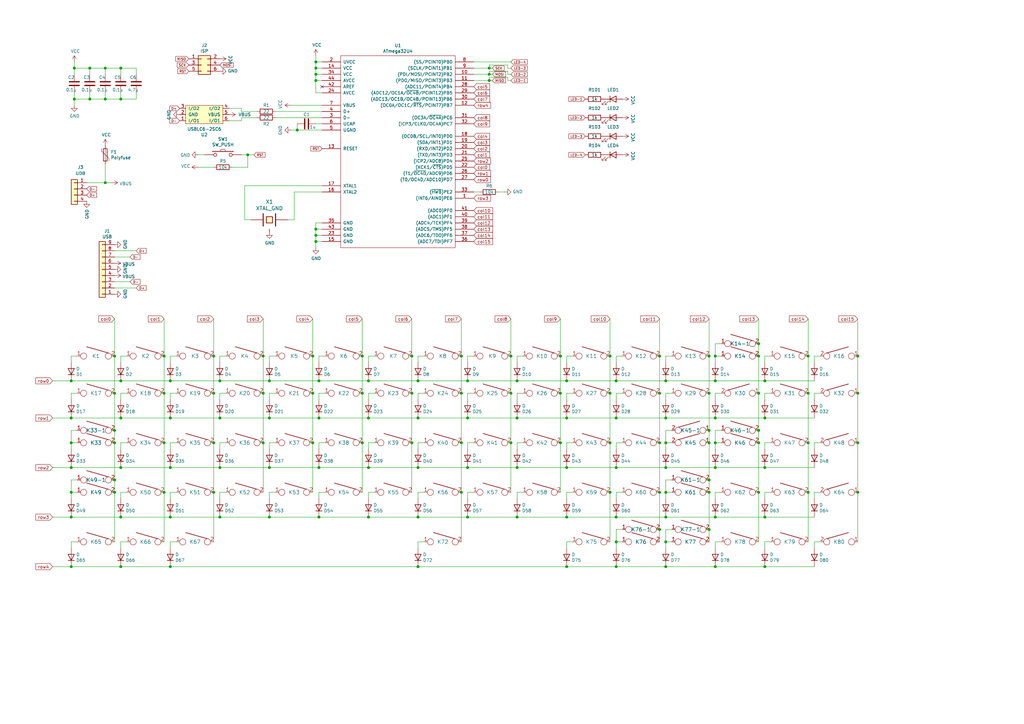
<source format=kicad_sch>
(kicad_sch (version 20210126) (generator eeschema)
  (paper "A3")
  (junction (at 29.21 156.21) (diameter 1.016))
  (junction (at 29.21 171.45) (diameter 1.016))
  (junction (at 29.21 181.61) (diameter 1.016))
  (junction (at 29.21 191.77) (diameter 1.016))
  (junction (at 29.21 201.93) (diameter 1.016))
  (junction (at 29.21 212.09) (diameter 1.016))
  (junction (at 29.21 232.41) (diameter 1.016))
  (junction (at 30.48 27.94) (diameter 1.016))
  (junction (at 30.48 40.64) (diameter 1.016))
  (junction (at 36.83 27.94) (diameter 1.016))
  (junction (at 36.83 40.64) (diameter 1.016))
  (junction (at 43.18 27.94) (diameter 1.016))
  (junction (at 43.18 40.64) (diameter 1.016))
  (junction (at 43.18 74.93) (diameter 1.016))
  (junction (at 46.99 146.05) (diameter 1.016))
  (junction (at 46.99 161.29) (diameter 1.016))
  (junction (at 46.99 176.53) (diameter 1.016))
  (junction (at 46.99 181.61) (diameter 1.016))
  (junction (at 46.99 196.85) (diameter 1.016))
  (junction (at 46.99 201.93) (diameter 1.016))
  (junction (at 49.53 27.94) (diameter 1.016))
  (junction (at 49.53 40.64) (diameter 1.016))
  (junction (at 49.53 156.21) (diameter 1.016))
  (junction (at 49.53 171.45) (diameter 1.016))
  (junction (at 49.53 191.77) (diameter 1.016))
  (junction (at 49.53 212.09) (diameter 1.016))
  (junction (at 49.53 232.41) (diameter 1.016))
  (junction (at 67.31 146.05) (diameter 1.016))
  (junction (at 67.31 161.29) (diameter 1.016))
  (junction (at 67.31 181.61) (diameter 1.016))
  (junction (at 67.31 201.93) (diameter 1.016))
  (junction (at 69.85 156.21) (diameter 1.016))
  (junction (at 69.85 171.45) (diameter 1.016))
  (junction (at 69.85 191.77) (diameter 1.016))
  (junction (at 69.85 212.09) (diameter 1.016))
  (junction (at 69.85 232.41) (diameter 1.016))
  (junction (at 87.63 146.05) (diameter 1.016))
  (junction (at 87.63 161.29) (diameter 1.016))
  (junction (at 87.63 181.61) (diameter 1.016))
  (junction (at 87.63 201.93) (diameter 1.016))
  (junction (at 90.17 156.21) (diameter 1.016))
  (junction (at 90.17 171.45) (diameter 1.016))
  (junction (at 90.17 191.77) (diameter 1.016))
  (junction (at 90.17 212.09) (diameter 1.016))
  (junction (at 101.6 63.5) (diameter 1.016))
  (junction (at 107.95 146.05) (diameter 1.016))
  (junction (at 107.95 161.29) (diameter 1.016))
  (junction (at 107.95 181.61) (diameter 1.016))
  (junction (at 110.49 156.21) (diameter 1.016))
  (junction (at 110.49 171.45) (diameter 1.016))
  (junction (at 110.49 191.77) (diameter 1.016))
  (junction (at 110.49 212.09) (diameter 1.016))
  (junction (at 121.92 53.34) (diameter 1.016))
  (junction (at 128.27 146.05) (diameter 1.016))
  (junction (at 128.27 161.29) (diameter 1.016))
  (junction (at 128.27 181.61) (diameter 1.016))
  (junction (at 129.54 25.4) (diameter 1.016))
  (junction (at 129.54 27.94) (diameter 1.016))
  (junction (at 129.54 30.48) (diameter 1.016))
  (junction (at 129.54 33.02) (diameter 1.016))
  (junction (at 129.54 93.98) (diameter 1.016))
  (junction (at 129.54 96.52) (diameter 1.016))
  (junction (at 129.54 99.06) (diameter 1.016))
  (junction (at 130.81 156.21) (diameter 1.016))
  (junction (at 130.81 171.45) (diameter 1.016))
  (junction (at 130.81 191.77) (diameter 1.016))
  (junction (at 130.81 212.09) (diameter 1.016))
  (junction (at 148.59 146.05) (diameter 1.016))
  (junction (at 148.59 161.29) (diameter 1.016))
  (junction (at 148.59 181.61) (diameter 1.016))
  (junction (at 151.13 156.21) (diameter 1.016))
  (junction (at 151.13 171.45) (diameter 1.016))
  (junction (at 151.13 191.77) (diameter 1.016))
  (junction (at 151.13 212.09) (diameter 1.016))
  (junction (at 168.91 146.05) (diameter 1.016))
  (junction (at 168.91 161.29) (diameter 1.016))
  (junction (at 168.91 181.61) (diameter 1.016))
  (junction (at 171.45 156.21) (diameter 1.016))
  (junction (at 171.45 171.45) (diameter 1.016))
  (junction (at 171.45 191.77) (diameter 1.016))
  (junction (at 171.45 212.09) (diameter 1.016))
  (junction (at 171.45 232.41) (diameter 1.016))
  (junction (at 189.23 146.05) (diameter 1.016))
  (junction (at 189.23 161.29) (diameter 1.016))
  (junction (at 189.23 181.61) (diameter 1.016))
  (junction (at 189.23 201.93) (diameter 1.016))
  (junction (at 191.77 156.21) (diameter 1.016))
  (junction (at 191.77 171.45) (diameter 1.016))
  (junction (at 191.77 191.77) (diameter 1.016))
  (junction (at 191.77 212.09) (diameter 1.016))
  (junction (at 200.66 27.94) (diameter 1.016))
  (junction (at 200.66 30.48) (diameter 1.016))
  (junction (at 200.66 33.02) (diameter 1.016))
  (junction (at 209.55 146.05) (diameter 1.016))
  (junction (at 209.55 161.29) (diameter 1.016))
  (junction (at 209.55 181.61) (diameter 1.016))
  (junction (at 212.09 156.21) (diameter 1.016))
  (junction (at 212.09 171.45) (diameter 1.016))
  (junction (at 212.09 191.77) (diameter 1.016))
  (junction (at 212.09 212.09) (diameter 1.016))
  (junction (at 229.87 146.05) (diameter 1.016))
  (junction (at 229.87 161.29) (diameter 1.016))
  (junction (at 229.87 181.61) (diameter 1.016))
  (junction (at 232.41 156.21) (diameter 1.016))
  (junction (at 232.41 171.45) (diameter 1.016))
  (junction (at 232.41 191.77) (diameter 1.016))
  (junction (at 232.41 212.09) (diameter 1.016))
  (junction (at 232.41 232.41) (diameter 1.016))
  (junction (at 250.19 146.05) (diameter 1.016))
  (junction (at 250.19 161.29) (diameter 1.016))
  (junction (at 250.19 181.61) (diameter 1.016))
  (junction (at 250.19 201.93) (diameter 1.016))
  (junction (at 252.73 156.21) (diameter 1.016))
  (junction (at 252.73 171.45) (diameter 1.016))
  (junction (at 252.73 191.77) (diameter 1.016))
  (junction (at 252.73 212.09) (diameter 1.016))
  (junction (at 252.73 222.25) (diameter 1.016))
  (junction (at 252.73 232.41) (diameter 1.016))
  (junction (at 270.51 146.05) (diameter 1.016))
  (junction (at 270.51 161.29) (diameter 1.016))
  (junction (at 270.51 181.61) (diameter 1.016))
  (junction (at 270.51 201.93) (diameter 1.016))
  (junction (at 270.51 217.17) (diameter 1.016))
  (junction (at 273.05 156.21) (diameter 1.016))
  (junction (at 273.05 171.45) (diameter 1.016))
  (junction (at 273.05 181.61) (diameter 1.016))
  (junction (at 273.05 191.77) (diameter 1.016))
  (junction (at 273.05 201.93) (diameter 1.016))
  (junction (at 273.05 212.09) (diameter 1.016))
  (junction (at 273.05 222.25) (diameter 1.016))
  (junction (at 273.05 232.41) (diameter 1.016))
  (junction (at 290.83 146.05) (diameter 1.016))
  (junction (at 290.83 161.29) (diameter 1.016))
  (junction (at 290.83 176.53) (diameter 1.016))
  (junction (at 290.83 181.61) (diameter 1.016))
  (junction (at 290.83 196.85) (diameter 1.016))
  (junction (at 290.83 201.93) (diameter 1.016))
  (junction (at 290.83 217.17) (diameter 1.016))
  (junction (at 293.37 146.05) (diameter 1.016))
  (junction (at 293.37 156.21) (diameter 1.016))
  (junction (at 293.37 171.45) (diameter 1.016))
  (junction (at 293.37 181.61) (diameter 1.016))
  (junction (at 293.37 191.77) (diameter 1.016))
  (junction (at 293.37 212.09) (diameter 1.016))
  (junction (at 293.37 232.41) (diameter 1.016))
  (junction (at 311.15 140.97) (diameter 1.016))
  (junction (at 311.15 146.05) (diameter 1.016))
  (junction (at 311.15 161.29) (diameter 1.016))
  (junction (at 311.15 176.53) (diameter 1.016))
  (junction (at 311.15 181.61) (diameter 1.016))
  (junction (at 311.15 201.93) (diameter 1.016))
  (junction (at 313.69 156.21) (diameter 1.016))
  (junction (at 313.69 171.45) (diameter 1.016))
  (junction (at 313.69 191.77) (diameter 1.016))
  (junction (at 313.69 212.09) (diameter 1.016))
  (junction (at 313.69 232.41) (diameter 1.016))
  (junction (at 331.47 146.05) (diameter 1.016))
  (junction (at 331.47 161.29) (diameter 1.016))
  (junction (at 331.47 181.61) (diameter 1.016))
  (junction (at 331.47 201.93) (diameter 1.016))
  (junction (at 351.79 146.05) (diameter 1.016))
  (junction (at 351.79 161.29) (diameter 1.016))
  (junction (at 351.79 181.61) (diameter 1.016))
  (junction (at 351.79 201.93) (diameter 1.016))
  (no_connect (at 132.08 35.56))
  (wire (pts (xy 21.59 156.21) (xy 29.21 156.21)))
  (wire (pts (xy 21.59 171.45) (xy 29.21 171.45)))
  (wire (pts (xy 21.59 191.77) (xy 29.21 191.77)))
  (wire (pts (xy 21.59 212.09) (xy 29.21 212.09)))
  (wire (pts (xy 21.59 232.41) (xy 29.21 232.41)))
  (wire (pts (xy 29.21 146.05) (xy 31.75 146.05)))
  (wire (pts (xy 29.21 148.59) (xy 29.21 146.05)))
  (wire (pts (xy 29.21 156.21) (xy 49.53 156.21)))
  (wire (pts (xy 29.21 161.29) (xy 31.75 161.29)))
  (wire (pts (xy 29.21 163.83) (xy 29.21 161.29)))
  (wire (pts (xy 29.21 171.45) (xy 49.53 171.45)))
  (wire (pts (xy 29.21 176.53) (xy 29.21 181.61)))
  (wire (pts (xy 29.21 181.61) (xy 31.75 181.61)))
  (wire (pts (xy 29.21 184.15) (xy 29.21 181.61)))
  (wire (pts (xy 29.21 191.77) (xy 49.53 191.77)))
  (wire (pts (xy 29.21 196.85) (xy 29.21 201.93)))
  (wire (pts (xy 29.21 201.93) (xy 31.75 201.93)))
  (wire (pts (xy 29.21 204.47) (xy 29.21 201.93)))
  (wire (pts (xy 29.21 212.09) (xy 49.53 212.09)))
  (wire (pts (xy 29.21 222.25) (xy 31.75 222.25)))
  (wire (pts (xy 29.21 224.79) (xy 29.21 222.25)))
  (wire (pts (xy 29.21 232.41) (xy 49.53 232.41)))
  (wire (pts (xy 30.48 25.4) (xy 30.48 27.94)))
  (wire (pts (xy 30.48 27.94) (xy 30.48 30.48)))
  (wire (pts (xy 30.48 27.94) (xy 36.83 27.94)))
  (wire (pts (xy 30.48 38.1) (xy 30.48 40.64)))
  (wire (pts (xy 30.48 40.64) (xy 30.48 43.18)))
  (wire (pts (xy 30.48 40.64) (xy 36.83 40.64)))
  (wire (pts (xy 31.75 176.53) (xy 29.21 176.53)))
  (wire (pts (xy 31.75 196.85) (xy 29.21 196.85)))
  (wire (pts (xy 35.56 74.93) (xy 43.18 74.93)))
  (wire (pts (xy 36.83 27.94) (xy 43.18 27.94)))
  (wire (pts (xy 36.83 30.48) (xy 36.83 27.94)))
  (wire (pts (xy 36.83 40.64) (xy 36.83 38.1)))
  (wire (pts (xy 36.83 40.64) (xy 43.18 40.64)))
  (wire (pts (xy 43.18 27.94) (xy 49.53 27.94)))
  (wire (pts (xy 43.18 30.48) (xy 43.18 27.94)))
  (wire (pts (xy 43.18 40.64) (xy 43.18 38.1)))
  (wire (pts (xy 43.18 40.64) (xy 49.53 40.64)))
  (wire (pts (xy 43.18 67.31) (xy 43.18 74.93)))
  (wire (pts (xy 43.18 74.93) (xy 45.72 74.93)))
  (wire (pts (xy 46.99 102.87) (xy 55.88 102.87)))
  (wire (pts (xy 46.99 105.41) (xy 53.34 105.41)))
  (wire (pts (xy 46.99 115.57) (xy 53.34 115.57)))
  (wire (pts (xy 46.99 118.11) (xy 55.88 118.11)))
  (wire (pts (xy 46.99 130.81) (xy 46.99 146.05)))
  (wire (pts (xy 46.99 146.05) (xy 46.99 161.29)))
  (wire (pts (xy 46.99 161.29) (xy 46.99 176.53)))
  (wire (pts (xy 46.99 176.53) (xy 46.99 181.61)))
  (wire (pts (xy 46.99 181.61) (xy 46.99 196.85)))
  (wire (pts (xy 46.99 196.85) (xy 46.99 201.93)))
  (wire (pts (xy 46.99 201.93) (xy 46.99 222.25)))
  (wire (pts (xy 49.53 27.94) (xy 55.88 27.94)))
  (wire (pts (xy 49.53 30.48) (xy 49.53 27.94)))
  (wire (pts (xy 49.53 40.64) (xy 49.53 38.1)))
  (wire (pts (xy 49.53 40.64) (xy 55.88 40.64)))
  (wire (pts (xy 49.53 146.05) (xy 52.07 146.05)))
  (wire (pts (xy 49.53 148.59) (xy 49.53 146.05)))
  (wire (pts (xy 49.53 156.21) (xy 69.85 156.21)))
  (wire (pts (xy 49.53 161.29) (xy 52.07 161.29)))
  (wire (pts (xy 49.53 163.83) (xy 49.53 161.29)))
  (wire (pts (xy 49.53 171.45) (xy 69.85 171.45)))
  (wire (pts (xy 49.53 181.61) (xy 52.07 181.61)))
  (wire (pts (xy 49.53 184.15) (xy 49.53 181.61)))
  (wire (pts (xy 49.53 191.77) (xy 69.85 191.77)))
  (wire (pts (xy 49.53 201.93) (xy 52.07 201.93)))
  (wire (pts (xy 49.53 204.47) (xy 49.53 201.93)))
  (wire (pts (xy 49.53 212.09) (xy 69.85 212.09)))
  (wire (pts (xy 49.53 222.25) (xy 52.07 222.25)))
  (wire (pts (xy 49.53 224.79) (xy 49.53 222.25)))
  (wire (pts (xy 49.53 232.41) (xy 69.85 232.41)))
  (wire (pts (xy 55.88 27.94) (xy 55.88 30.48)))
  (wire (pts (xy 55.88 40.64) (xy 55.88 38.1)))
  (wire (pts (xy 67.31 146.05) (xy 67.31 130.81)))
  (wire (pts (xy 67.31 161.29) (xy 67.31 146.05)))
  (wire (pts (xy 67.31 161.29) (xy 67.31 181.61)))
  (wire (pts (xy 67.31 181.61) (xy 67.31 201.93)))
  (wire (pts (xy 67.31 201.93) (xy 67.31 222.25)))
  (wire (pts (xy 69.85 146.05) (xy 72.39 146.05)))
  (wire (pts (xy 69.85 148.59) (xy 69.85 146.05)))
  (wire (pts (xy 69.85 156.21) (xy 90.17 156.21)))
  (wire (pts (xy 69.85 161.29) (xy 72.39 161.29)))
  (wire (pts (xy 69.85 163.83) (xy 69.85 161.29)))
  (wire (pts (xy 69.85 171.45) (xy 90.17 171.45)))
  (wire (pts (xy 69.85 181.61) (xy 72.39 181.61)))
  (wire (pts (xy 69.85 184.15) (xy 69.85 181.61)))
  (wire (pts (xy 69.85 191.77) (xy 90.17 191.77)))
  (wire (pts (xy 69.85 201.93) (xy 72.39 201.93)))
  (wire (pts (xy 69.85 204.47) (xy 69.85 201.93)))
  (wire (pts (xy 69.85 212.09) (xy 90.17 212.09)))
  (wire (pts (xy 69.85 222.25) (xy 72.39 222.25)))
  (wire (pts (xy 69.85 224.79) (xy 69.85 222.25)))
  (wire (pts (xy 69.85 232.41) (xy 171.45 232.41)))
  (wire (pts (xy 81.28 63.5) (xy 83.82 63.5)))
  (wire (pts (xy 81.28 68.58) (xy 87.63 68.58)))
  (wire (pts (xy 87.63 130.81) (xy 87.63 146.05)))
  (wire (pts (xy 87.63 146.05) (xy 87.63 161.29)))
  (wire (pts (xy 87.63 161.29) (xy 87.63 181.61)))
  (wire (pts (xy 87.63 181.61) (xy 87.63 201.93)))
  (wire (pts (xy 87.63 201.93) (xy 87.63 222.25)))
  (wire (pts (xy 90.17 146.05) (xy 92.71 146.05)))
  (wire (pts (xy 90.17 148.59) (xy 90.17 146.05)))
  (wire (pts (xy 90.17 156.21) (xy 110.49 156.21)))
  (wire (pts (xy 90.17 161.29) (xy 92.71 161.29)))
  (wire (pts (xy 90.17 163.83) (xy 90.17 161.29)))
  (wire (pts (xy 90.17 171.45) (xy 110.49 171.45)))
  (wire (pts (xy 90.17 181.61) (xy 92.71 181.61)))
  (wire (pts (xy 90.17 184.15) (xy 90.17 181.61)))
  (wire (pts (xy 90.17 191.77) (xy 110.49 191.77)))
  (wire (pts (xy 90.17 201.93) (xy 92.71 201.93)))
  (wire (pts (xy 90.17 204.47) (xy 90.17 201.93)))
  (wire (pts (xy 90.17 212.09) (xy 110.49 212.09)))
  (wire (pts (xy 93.98 44.45) (xy 99.06 44.45)))
  (wire (pts (xy 93.98 49.53) (xy 99.06 49.53)))
  (wire (pts (xy 99.06 44.45) (xy 99.06 45.72)))
  (wire (pts (xy 99.06 45.72) (xy 105.41 45.72)))
  (wire (pts (xy 99.06 48.26) (xy 105.41 48.26)))
  (wire (pts (xy 99.06 49.53) (xy 99.06 48.26)))
  (wire (pts (xy 99.06 63.5) (xy 101.6 63.5)))
  (wire (pts (xy 100.33 76.2) (xy 132.08 76.2)))
  (wire (pts (xy 100.33 90.17) (xy 100.33 76.2)))
  (wire (pts (xy 100.33 90.17) (xy 102.87 90.17)))
  (wire (pts (xy 101.6 63.5) (xy 101.6 68.58)))
  (wire (pts (xy 101.6 68.58) (xy 95.25 68.58)))
  (wire (pts (xy 104.14 63.5) (xy 101.6 63.5)))
  (wire (pts (xy 107.95 130.81) (xy 107.95 146.05)))
  (wire (pts (xy 107.95 146.05) (xy 107.95 161.29)))
  (wire (pts (xy 107.95 161.29) (xy 107.95 181.61)))
  (wire (pts (xy 107.95 181.61) (xy 107.95 201.93)))
  (wire (pts (xy 110.49 146.05) (xy 113.03 146.05)))
  (wire (pts (xy 110.49 148.59) (xy 110.49 146.05)))
  (wire (pts (xy 110.49 156.21) (xy 130.81 156.21)))
  (wire (pts (xy 110.49 161.29) (xy 113.03 161.29)))
  (wire (pts (xy 110.49 163.83) (xy 110.49 161.29)))
  (wire (pts (xy 110.49 171.45) (xy 130.81 171.45)))
  (wire (pts (xy 110.49 181.61) (xy 113.03 181.61)))
  (wire (pts (xy 110.49 184.15) (xy 110.49 181.61)))
  (wire (pts (xy 110.49 191.77) (xy 130.81 191.77)))
  (wire (pts (xy 110.49 201.93) (xy 113.03 201.93)))
  (wire (pts (xy 110.49 204.47) (xy 110.49 201.93)))
  (wire (pts (xy 110.49 212.09) (xy 130.81 212.09)))
  (wire (pts (xy 113.03 45.72) (xy 132.08 45.72)))
  (wire (pts (xy 113.03 48.26) (xy 132.08 48.26)))
  (wire (pts (xy 119.38 53.34) (xy 121.92 53.34)))
  (wire (pts (xy 120.65 78.74) (xy 120.65 90.17)))
  (wire (pts (xy 120.65 90.17) (xy 118.11 90.17)))
  (wire (pts (xy 121.92 50.8) (xy 121.92 53.34)))
  (wire (pts (xy 121.92 53.34) (xy 132.08 53.34)))
  (wire (pts (xy 128.27 146.05) (xy 128.27 130.81)))
  (wire (pts (xy 128.27 161.29) (xy 128.27 146.05)))
  (wire (pts (xy 128.27 161.29) (xy 128.27 181.61)))
  (wire (pts (xy 128.27 181.61) (xy 128.27 201.93)))
  (wire (pts (xy 129.54 22.86) (xy 129.54 25.4)))
  (wire (pts (xy 129.54 25.4) (xy 129.54 27.94)))
  (wire (pts (xy 129.54 27.94) (xy 129.54 30.48)))
  (wire (pts (xy 129.54 30.48) (xy 129.54 33.02)))
  (wire (pts (xy 129.54 33.02) (xy 129.54 38.1)))
  (wire (pts (xy 129.54 38.1) (xy 132.08 38.1)))
  (wire (pts (xy 129.54 91.44) (xy 129.54 93.98)))
  (wire (pts (xy 129.54 93.98) (xy 129.54 96.52)))
  (wire (pts (xy 129.54 96.52) (xy 129.54 99.06)))
  (wire (pts (xy 129.54 99.06) (xy 132.08 99.06)))
  (wire (pts (xy 129.54 101.6) (xy 129.54 99.06)))
  (wire (pts (xy 130.81 146.05) (xy 133.35 146.05)))
  (wire (pts (xy 130.81 148.59) (xy 130.81 146.05)))
  (wire (pts (xy 130.81 156.21) (xy 151.13 156.21)))
  (wire (pts (xy 130.81 161.29) (xy 133.35 161.29)))
  (wire (pts (xy 130.81 163.83) (xy 130.81 161.29)))
  (wire (pts (xy 130.81 171.45) (xy 151.13 171.45)))
  (wire (pts (xy 130.81 181.61) (xy 133.35 181.61)))
  (wire (pts (xy 130.81 184.15) (xy 130.81 181.61)))
  (wire (pts (xy 130.81 191.77) (xy 151.13 191.77)))
  (wire (pts (xy 130.81 201.93) (xy 133.35 201.93)))
  (wire (pts (xy 130.81 204.47) (xy 130.81 201.93)))
  (wire (pts (xy 130.81 212.09) (xy 151.13 212.09)))
  (wire (pts (xy 132.08 25.4) (xy 129.54 25.4)))
  (wire (pts (xy 132.08 27.94) (xy 129.54 27.94)))
  (wire (pts (xy 132.08 30.48) (xy 129.54 30.48)))
  (wire (pts (xy 132.08 33.02) (xy 129.54 33.02)))
  (wire (pts (xy 132.08 43.18) (xy 119.38 43.18)))
  (wire (pts (xy 132.08 50.8) (xy 129.54 50.8)))
  (wire (pts (xy 132.08 78.74) (xy 120.65 78.74)))
  (wire (pts (xy 132.08 91.44) (xy 129.54 91.44)))
  (wire (pts (xy 132.08 93.98) (xy 129.54 93.98)))
  (wire (pts (xy 132.08 96.52) (xy 129.54 96.52)))
  (wire (pts (xy 148.59 130.81) (xy 148.59 146.05)))
  (wire (pts (xy 148.59 146.05) (xy 148.59 161.29)))
  (wire (pts (xy 148.59 161.29) (xy 148.59 181.61)))
  (wire (pts (xy 148.59 181.61) (xy 148.59 201.93)))
  (wire (pts (xy 151.13 146.05) (xy 153.67 146.05)))
  (wire (pts (xy 151.13 148.59) (xy 151.13 146.05)))
  (wire (pts (xy 151.13 156.21) (xy 171.45 156.21)))
  (wire (pts (xy 151.13 161.29) (xy 153.67 161.29)))
  (wire (pts (xy 151.13 163.83) (xy 151.13 161.29)))
  (wire (pts (xy 151.13 171.45) (xy 171.45 171.45)))
  (wire (pts (xy 151.13 181.61) (xy 153.67 181.61)))
  (wire (pts (xy 151.13 184.15) (xy 151.13 181.61)))
  (wire (pts (xy 151.13 191.77) (xy 171.45 191.77)))
  (wire (pts (xy 151.13 201.93) (xy 153.67 201.93)))
  (wire (pts (xy 151.13 204.47) (xy 151.13 201.93)))
  (wire (pts (xy 151.13 212.09) (xy 171.45 212.09)))
  (wire (pts (xy 168.91 146.05) (xy 168.91 130.81)))
  (wire (pts (xy 168.91 161.29) (xy 168.91 146.05)))
  (wire (pts (xy 168.91 161.29) (xy 168.91 181.61)))
  (wire (pts (xy 168.91 181.61) (xy 168.91 201.93)))
  (wire (pts (xy 171.45 146.05) (xy 173.99 146.05)))
  (wire (pts (xy 171.45 148.59) (xy 171.45 146.05)))
  (wire (pts (xy 171.45 156.21) (xy 191.77 156.21)))
  (wire (pts (xy 171.45 161.29) (xy 173.99 161.29)))
  (wire (pts (xy 171.45 163.83) (xy 171.45 161.29)))
  (wire (pts (xy 171.45 171.45) (xy 191.77 171.45)))
  (wire (pts (xy 171.45 181.61) (xy 173.99 181.61)))
  (wire (pts (xy 171.45 184.15) (xy 171.45 181.61)))
  (wire (pts (xy 171.45 191.77) (xy 191.77 191.77)))
  (wire (pts (xy 171.45 201.93) (xy 173.99 201.93)))
  (wire (pts (xy 171.45 204.47) (xy 171.45 201.93)))
  (wire (pts (xy 171.45 212.09) (xy 191.77 212.09)))
  (wire (pts (xy 171.45 222.25) (xy 173.99 222.25)))
  (wire (pts (xy 171.45 224.79) (xy 171.45 222.25)))
  (wire (pts (xy 171.45 232.41) (xy 232.41 232.41)))
  (wire (pts (xy 189.23 130.81) (xy 189.23 146.05)))
  (wire (pts (xy 189.23 146.05) (xy 189.23 161.29)))
  (wire (pts (xy 189.23 161.29) (xy 189.23 181.61)))
  (wire (pts (xy 189.23 181.61) (xy 189.23 201.93)))
  (wire (pts (xy 189.23 201.93) (xy 189.23 222.25)))
  (wire (pts (xy 191.77 146.05) (xy 194.31 146.05)))
  (wire (pts (xy 191.77 148.59) (xy 191.77 146.05)))
  (wire (pts (xy 191.77 156.21) (xy 212.09 156.21)))
  (wire (pts (xy 191.77 161.29) (xy 194.31 161.29)))
  (wire (pts (xy 191.77 163.83) (xy 191.77 161.29)))
  (wire (pts (xy 191.77 171.45) (xy 212.09 171.45)))
  (wire (pts (xy 191.77 181.61) (xy 194.31 181.61)))
  (wire (pts (xy 191.77 184.15) (xy 191.77 181.61)))
  (wire (pts (xy 191.77 191.77) (xy 212.09 191.77)))
  (wire (pts (xy 191.77 201.93) (xy 194.31 201.93)))
  (wire (pts (xy 191.77 204.47) (xy 191.77 201.93)))
  (wire (pts (xy 191.77 212.09) (xy 212.09 212.09)))
  (wire (pts (xy 194.31 25.4) (xy 209.55 25.4)))
  (wire (pts (xy 194.31 27.94) (xy 200.66 27.94)))
  (wire (pts (xy 194.31 30.48) (xy 200.66 30.48)))
  (wire (pts (xy 194.31 33.02) (xy 200.66 33.02)))
  (wire (pts (xy 196.85 78.74) (xy 194.31 78.74)))
  (wire (pts (xy 200.66 26.67) (xy 200.66 27.94)))
  (wire (pts (xy 200.66 27.94) (xy 201.93 27.94)))
  (wire (pts (xy 200.66 29.21) (xy 200.66 30.48)))
  (wire (pts (xy 200.66 29.21) (xy 208.28 29.21)))
  (wire (pts (xy 200.66 30.48) (xy 201.93 30.48)))
  (wire (pts (xy 200.66 31.75) (xy 200.66 33.02)))
  (wire (pts (xy 200.66 31.75) (xy 208.28 31.75)))
  (wire (pts (xy 200.66 33.02) (xy 201.93 33.02)))
  (wire (pts (xy 207.01 78.74) (xy 204.47 78.74)))
  (wire (pts (xy 208.28 26.67) (xy 200.66 26.67)))
  (wire (pts (xy 208.28 27.94) (xy 208.28 26.67)))
  (wire (pts (xy 208.28 29.21) (xy 208.28 30.48)))
  (wire (pts (xy 208.28 31.75) (xy 208.28 33.02)))
  (wire (pts (xy 209.55 27.94) (xy 208.28 27.94)))
  (wire (pts (xy 209.55 30.48) (xy 208.28 30.48)))
  (wire (pts (xy 209.55 33.02) (xy 208.28 33.02)))
  (wire (pts (xy 209.55 146.05) (xy 209.55 130.81)))
  (wire (pts (xy 209.55 161.29) (xy 209.55 146.05)))
  (wire (pts (xy 209.55 161.29) (xy 209.55 181.61)))
  (wire (pts (xy 209.55 181.61) (xy 209.55 201.93)))
  (wire (pts (xy 212.09 146.05) (xy 214.63 146.05)))
  (wire (pts (xy 212.09 148.59) (xy 212.09 146.05)))
  (wire (pts (xy 212.09 156.21) (xy 232.41 156.21)))
  (wire (pts (xy 212.09 161.29) (xy 214.63 161.29)))
  (wire (pts (xy 212.09 163.83) (xy 212.09 161.29)))
  (wire (pts (xy 212.09 171.45) (xy 232.41 171.45)))
  (wire (pts (xy 212.09 181.61) (xy 214.63 181.61)))
  (wire (pts (xy 212.09 184.15) (xy 212.09 181.61)))
  (wire (pts (xy 212.09 191.77) (xy 232.41 191.77)))
  (wire (pts (xy 212.09 201.93) (xy 214.63 201.93)))
  (wire (pts (xy 212.09 204.47) (xy 212.09 201.93)))
  (wire (pts (xy 212.09 212.09) (xy 232.41 212.09)))
  (wire (pts (xy 229.87 130.81) (xy 229.87 146.05)))
  (wire (pts (xy 229.87 146.05) (xy 229.87 161.29)))
  (wire (pts (xy 229.87 161.29) (xy 229.87 181.61)))
  (wire (pts (xy 229.87 181.61) (xy 229.87 201.93)))
  (wire (pts (xy 232.41 146.05) (xy 234.95 146.05)))
  (wire (pts (xy 232.41 148.59) (xy 232.41 146.05)))
  (wire (pts (xy 232.41 156.21) (xy 252.73 156.21)))
  (wire (pts (xy 232.41 161.29) (xy 234.95 161.29)))
  (wire (pts (xy 232.41 163.83) (xy 232.41 161.29)))
  (wire (pts (xy 232.41 171.45) (xy 252.73 171.45)))
  (wire (pts (xy 232.41 181.61) (xy 234.95 181.61)))
  (wire (pts (xy 232.41 184.15) (xy 232.41 181.61)))
  (wire (pts (xy 232.41 191.77) (xy 252.73 191.77)))
  (wire (pts (xy 232.41 201.93) (xy 234.95 201.93)))
  (wire (pts (xy 232.41 204.47) (xy 232.41 201.93)))
  (wire (pts (xy 232.41 212.09) (xy 252.73 212.09)))
  (wire (pts (xy 232.41 222.25) (xy 234.95 222.25)))
  (wire (pts (xy 232.41 224.79) (xy 232.41 222.25)))
  (wire (pts (xy 232.41 232.41) (xy 252.73 232.41)))
  (wire (pts (xy 250.19 146.05) (xy 250.19 130.81)))
  (wire (pts (xy 250.19 161.29) (xy 250.19 146.05)))
  (wire (pts (xy 250.19 161.29) (xy 250.19 181.61)))
  (wire (pts (xy 250.19 181.61) (xy 250.19 201.93)))
  (wire (pts (xy 250.19 201.93) (xy 250.19 222.25)))
  (wire (pts (xy 252.73 146.05) (xy 255.27 146.05)))
  (wire (pts (xy 252.73 148.59) (xy 252.73 146.05)))
  (wire (pts (xy 252.73 156.21) (xy 273.05 156.21)))
  (wire (pts (xy 252.73 161.29) (xy 255.27 161.29)))
  (wire (pts (xy 252.73 163.83) (xy 252.73 161.29)))
  (wire (pts (xy 252.73 171.45) (xy 273.05 171.45)))
  (wire (pts (xy 252.73 181.61) (xy 255.27 181.61)))
  (wire (pts (xy 252.73 184.15) (xy 252.73 181.61)))
  (wire (pts (xy 252.73 191.77) (xy 273.05 191.77)))
  (wire (pts (xy 252.73 201.93) (xy 255.27 201.93)))
  (wire (pts (xy 252.73 204.47) (xy 252.73 201.93)))
  (wire (pts (xy 252.73 212.09) (xy 273.05 212.09)))
  (wire (pts (xy 252.73 217.17) (xy 252.73 222.25)))
  (wire (pts (xy 252.73 222.25) (xy 255.27 222.25)))
  (wire (pts (xy 252.73 224.79) (xy 252.73 222.25)))
  (wire (pts (xy 252.73 232.41) (xy 273.05 232.41)))
  (wire (pts (xy 255.27 217.17) (xy 252.73 217.17)))
  (wire (pts (xy 270.51 130.81) (xy 270.51 146.05)))
  (wire (pts (xy 270.51 146.05) (xy 270.51 161.29)))
  (wire (pts (xy 270.51 161.29) (xy 270.51 181.61)))
  (wire (pts (xy 270.51 181.61) (xy 270.51 201.93)))
  (wire (pts (xy 270.51 201.93) (xy 270.51 217.17)))
  (wire (pts (xy 270.51 217.17) (xy 270.51 222.25)))
  (wire (pts (xy 273.05 146.05) (xy 275.59 146.05)))
  (wire (pts (xy 273.05 148.59) (xy 273.05 146.05)))
  (wire (pts (xy 273.05 156.21) (xy 293.37 156.21)))
  (wire (pts (xy 273.05 161.29) (xy 275.59 161.29)))
  (wire (pts (xy 273.05 163.83) (xy 273.05 161.29)))
  (wire (pts (xy 273.05 171.45) (xy 293.37 171.45)))
  (wire (pts (xy 273.05 176.53) (xy 273.05 181.61)))
  (wire (pts (xy 273.05 181.61) (xy 275.59 181.61)))
  (wire (pts (xy 273.05 184.15) (xy 273.05 181.61)))
  (wire (pts (xy 273.05 191.77) (xy 293.37 191.77)))
  (wire (pts (xy 273.05 196.85) (xy 273.05 201.93)))
  (wire (pts (xy 273.05 201.93) (xy 275.59 201.93)))
  (wire (pts (xy 273.05 204.47) (xy 273.05 201.93)))
  (wire (pts (xy 273.05 212.09) (xy 293.37 212.09)))
  (wire (pts (xy 273.05 217.17) (xy 273.05 222.25)))
  (wire (pts (xy 273.05 222.25) (xy 275.59 222.25)))
  (wire (pts (xy 273.05 224.79) (xy 273.05 222.25)))
  (wire (pts (xy 273.05 232.41) (xy 293.37 232.41)))
  (wire (pts (xy 275.59 176.53) (xy 273.05 176.53)))
  (wire (pts (xy 275.59 196.85) (xy 273.05 196.85)))
  (wire (pts (xy 275.59 217.17) (xy 273.05 217.17)))
  (wire (pts (xy 290.83 146.05) (xy 290.83 130.81)))
  (wire (pts (xy 290.83 161.29) (xy 290.83 146.05)))
  (wire (pts (xy 290.83 161.29) (xy 290.83 176.53)))
  (wire (pts (xy 290.83 176.53) (xy 290.83 181.61)))
  (wire (pts (xy 290.83 181.61) (xy 290.83 196.85)))
  (wire (pts (xy 290.83 196.85) (xy 290.83 201.93)))
  (wire (pts (xy 290.83 201.93) (xy 290.83 217.17)))
  (wire (pts (xy 290.83 217.17) (xy 290.83 222.25)))
  (wire (pts (xy 293.37 140.97) (xy 293.37 146.05)))
  (wire (pts (xy 293.37 146.05) (xy 295.91 146.05)))
  (wire (pts (xy 293.37 148.59) (xy 293.37 146.05)))
  (wire (pts (xy 293.37 156.21) (xy 313.69 156.21)))
  (wire (pts (xy 293.37 161.29) (xy 295.91 161.29)))
  (wire (pts (xy 293.37 163.83) (xy 293.37 161.29)))
  (wire (pts (xy 293.37 171.45) (xy 313.69 171.45)))
  (wire (pts (xy 293.37 176.53) (xy 293.37 181.61)))
  (wire (pts (xy 293.37 181.61) (xy 295.91 181.61)))
  (wire (pts (xy 293.37 184.15) (xy 293.37 181.61)))
  (wire (pts (xy 293.37 191.77) (xy 313.69 191.77)))
  (wire (pts (xy 293.37 201.93) (xy 295.91 201.93)))
  (wire (pts (xy 293.37 204.47) (xy 293.37 201.93)))
  (wire (pts (xy 293.37 212.09) (xy 313.69 212.09)))
  (wire (pts (xy 293.37 222.25) (xy 295.91 222.25)))
  (wire (pts (xy 293.37 224.79) (xy 293.37 222.25)))
  (wire (pts (xy 293.37 232.41) (xy 313.69 232.41)))
  (wire (pts (xy 295.91 140.97) (xy 293.37 140.97)))
  (wire (pts (xy 295.91 176.53) (xy 293.37 176.53)))
  (wire (pts (xy 311.15 130.81) (xy 311.15 140.97)))
  (wire (pts (xy 311.15 140.97) (xy 311.15 146.05)))
  (wire (pts (xy 311.15 146.05) (xy 311.15 161.29)))
  (wire (pts (xy 311.15 161.29) (xy 311.15 176.53)))
  (wire (pts (xy 311.15 176.53) (xy 311.15 181.61)))
  (wire (pts (xy 311.15 181.61) (xy 311.15 201.93)))
  (wire (pts (xy 311.15 201.93) (xy 311.15 222.25)))
  (wire (pts (xy 313.69 146.05) (xy 316.23 146.05)))
  (wire (pts (xy 313.69 148.59) (xy 313.69 146.05)))
  (wire (pts (xy 313.69 156.21) (xy 334.01 156.21)))
  (wire (pts (xy 313.69 161.29) (xy 316.23 161.29)))
  (wire (pts (xy 313.69 163.83) (xy 313.69 161.29)))
  (wire (pts (xy 313.69 171.45) (xy 334.01 171.45)))
  (wire (pts (xy 313.69 181.61) (xy 316.23 181.61)))
  (wire (pts (xy 313.69 184.15) (xy 313.69 181.61)))
  (wire (pts (xy 313.69 191.77) (xy 334.01 191.77)))
  (wire (pts (xy 313.69 201.93) (xy 316.23 201.93)))
  (wire (pts (xy 313.69 204.47) (xy 313.69 201.93)))
  (wire (pts (xy 313.69 212.09) (xy 334.01 212.09)))
  (wire (pts (xy 313.69 222.25) (xy 316.23 222.25)))
  (wire (pts (xy 313.69 224.79) (xy 313.69 222.25)))
  (wire (pts (xy 313.69 232.41) (xy 334.01 232.41)))
  (wire (pts (xy 331.47 130.81) (xy 331.47 146.05)))
  (wire (pts (xy 331.47 146.05) (xy 331.47 161.29)))
  (wire (pts (xy 331.47 161.29) (xy 331.47 181.61)))
  (wire (pts (xy 331.47 181.61) (xy 331.47 201.93)))
  (wire (pts (xy 331.47 201.93) (xy 331.47 222.25)))
  (wire (pts (xy 334.01 146.05) (xy 336.55 146.05)))
  (wire (pts (xy 334.01 148.59) (xy 334.01 146.05)))
  (wire (pts (xy 334.01 161.29) (xy 336.55 161.29)))
  (wire (pts (xy 334.01 163.83) (xy 334.01 161.29)))
  (wire (pts (xy 334.01 181.61) (xy 336.55 181.61)))
  (wire (pts (xy 334.01 184.15) (xy 334.01 181.61)))
  (wire (pts (xy 334.01 201.93) (xy 336.55 201.93)))
  (wire (pts (xy 334.01 204.47) (xy 334.01 201.93)))
  (wire (pts (xy 334.01 222.25) (xy 336.55 222.25)))
  (wire (pts (xy 334.01 224.79) (xy 334.01 222.25)))
  (wire (pts (xy 351.79 130.81) (xy 351.79 146.05)))
  (wire (pts (xy 351.79 146.05) (xy 351.79 161.29)))
  (wire (pts (xy 351.79 161.29) (xy 351.79 181.61)))
  (wire (pts (xy 351.79 181.61) (xy 351.79 201.93)))
  (wire (pts (xy 351.79 201.93) (xy 351.79 222.25)))
  (global_label "row0" (shape input) (at 21.59 156.21 180) (property "Intersheet References" "${INTERSHEET_REFS}" (effects hide)))
  (global_label "row1" (shape input) (at 21.59 171.45 180) (property "Intersheet References" "${INTERSHEET_REFS}" (effects hide)))
  (global_label "row2" (shape input) (at 21.59 191.77 180) (property "Intersheet References" "${INTERSHEET_REFS}" (effects hide)))
  (global_label "row3" (shape input) (at 21.59 212.09 180) (property "Intersheet References" "${INTERSHEET_REFS}" (effects hide)))
  (global_label "row4" (shape input) (at 21.59 232.41 180) (property "Intersheet References" "${INTERSHEET_REFS}" (effects hide)))
  (global_label "D-" (shape input) (at 35.56 77.47 0) (effects (font (size 0.9906 0.9906))) (property "Intersheet References" "${INTERSHEET_REFS}" (effects hide)))
  (global_label "D+" (shape input) (at 35.56 80.01 0) (effects (font (size 0.9906 0.9906))) (property "Intersheet References" "${INTERSHEET_REFS}" (effects hide)))
  (global_label "col0" (shape input) (at 46.99 130.81 180) (property "Intersheet References" "${INTERSHEET_REFS}" (effects hide)))
  (global_label "D-" (shape input) (at 53.34 105.41 0) (effects (font (size 0.9906 0.9906))) (property "Intersheet References" "${INTERSHEET_REFS}" (effects hide)))
  (global_label "D-" (shape input) (at 53.34 115.57 0) (effects (font (size 0.9906 0.9906))) (property "Intersheet References" "${INTERSHEET_REFS}" (effects hide)))
  (global_label "D+" (shape input) (at 55.88 102.87 0) (effects (font (size 0.9906 0.9906))) (property "Intersheet References" "${INTERSHEET_REFS}" (effects hide)))
  (global_label "D+" (shape input) (at 55.88 118.11 0) (effects (font (size 0.9906 0.9906))) (property "Intersheet References" "${INTERSHEET_REFS}" (effects hide)))
  (global_label "col1" (shape input) (at 67.31 130.81 180) (property "Intersheet References" "${INTERSHEET_REFS}" (effects hide)))
  (global_label "D+" (shape input) (at 73.66 44.45 180) (effects (font (size 0.9906 0.9906))) (property "Intersheet References" "${INTERSHEET_REFS}" (effects hide)))
  (global_label "D-" (shape input) (at 73.66 49.53 180) (effects (font (size 0.9906 0.9906))) (property "Intersheet References" "${INTERSHEET_REFS}" (effects hide)))
  (global_label "MISO" (shape input) (at 77.47 24.13 180) (effects (font (size 0.9906 0.9906))) (property "Intersheet References" "${INTERSHEET_REFS}" (effects hide)))
  (global_label "SCK" (shape input) (at 77.47 26.67 180) (effects (font (size 0.9906 0.9906))) (property "Intersheet References" "${INTERSHEET_REFS}" (effects hide)))
  (global_label "RST" (shape input) (at 77.47 29.21 180) (effects (font (size 0.9906 0.9906))) (property "Intersheet References" "${INTERSHEET_REFS}" (effects hide)))
  (global_label "col2" (shape input) (at 87.63 130.81 180) (property "Intersheet References" "${INTERSHEET_REFS}" (effects hide)))
  (global_label "MOSI" (shape input) (at 90.17 26.67 0) (effects (font (size 0.9906 0.9906))) (property "Intersheet References" "${INTERSHEET_REFS}" (effects hide)))
  (global_label "RST" (shape input) (at 104.14 63.5 0) (effects (font (size 0.9906 0.9906))) (property "Intersheet References" "${INTERSHEET_REFS}" (effects hide)))
  (global_label "col3" (shape input) (at 107.95 130.81 180) (property "Intersheet References" "${INTERSHEET_REFS}" (effects hide)))
  (global_label "col4" (shape input) (at 128.27 130.81 180) (property "Intersheet References" "${INTERSHEET_REFS}" (effects hide)))
  (global_label "RST" (shape input) (at 132.08 60.96 180) (effects (font (size 0.9906 0.9906))) (property "Intersheet References" "${INTERSHEET_REFS}" (effects hide)))
  (global_label "col5" (shape input) (at 148.59 130.81 180) (property "Intersheet References" "${INTERSHEET_REFS}" (effects hide)))
  (global_label "col6" (shape input) (at 168.91 130.81 180) (property "Intersheet References" "${INTERSHEET_REFS}" (effects hide)))
  (global_label "col7" (shape input) (at 189.23 130.81 180) (property "Intersheet References" "${INTERSHEET_REFS}" (effects hide)))
  (global_label "col5" (shape input) (at 194.31 35.56 0) (property "Intersheet References" "${INTERSHEET_REFS}" (effects hide)))
  (global_label "col6" (shape input) (at 194.31 38.1 0) (property "Intersheet References" "${INTERSHEET_REFS}" (effects hide)))
  (global_label "col7" (shape input) (at 194.31 40.64 0) (property "Intersheet References" "${INTERSHEET_REFS}" (effects hide)))
  (global_label "row4" (shape input) (at 194.31 43.18 0) (property "Intersheet References" "${INTERSHEET_REFS}" (effects hide)))
  (global_label "col8" (shape input) (at 194.31 48.26 0) (property "Intersheet References" "${INTERSHEET_REFS}" (effects hide)))
  (global_label "col9" (shape input) (at 194.31 50.8 0) (property "Intersheet References" "${INTERSHEET_REFS}" (effects hide)))
  (global_label "col4" (shape input) (at 194.31 55.88 0) (property "Intersheet References" "${INTERSHEET_REFS}" (effects hide)))
  (global_label "col3" (shape input) (at 194.31 58.42 0) (property "Intersheet References" "${INTERSHEET_REFS}" (effects hide)))
  (global_label "col2" (shape input) (at 194.31 60.96 0) (property "Intersheet References" "${INTERSHEET_REFS}" (effects hide)))
  (global_label "col1" (shape input) (at 194.31 63.5 0) (property "Intersheet References" "${INTERSHEET_REFS}" (effects hide)))
  (global_label "row2" (shape input) (at 194.31 66.04 0) (property "Intersheet References" "${INTERSHEET_REFS}" (effects hide)))
  (global_label "col0" (shape input) (at 194.31 68.58 0) (property "Intersheet References" "${INTERSHEET_REFS}" (effects hide)))
  (global_label "row1" (shape input) (at 194.31 71.12 0) (property "Intersheet References" "${INTERSHEET_REFS}" (effects hide)))
  (global_label "row0" (shape input) (at 194.31 73.66 0) (property "Intersheet References" "${INTERSHEET_REFS}" (effects hide)))
  (global_label "row3" (shape input) (at 194.31 81.28 0) (property "Intersheet References" "${INTERSHEET_REFS}" (effects hide)))
  (global_label "col10" (shape input) (at 194.31 86.36 0) (property "Intersheet References" "${INTERSHEET_REFS}" (effects hide)))
  (global_label "col11" (shape input) (at 194.31 88.9 0) (property "Intersheet References" "${INTERSHEET_REFS}" (effects hide)))
  (global_label "col12" (shape input) (at 194.31 91.44 0) (property "Intersheet References" "${INTERSHEET_REFS}" (effects hide)))
  (global_label "col13" (shape input) (at 194.31 93.98 0) (property "Intersheet References" "${INTERSHEET_REFS}" (effects hide)))
  (global_label "col14" (shape input) (at 194.31 96.52 0) (property "Intersheet References" "${INTERSHEET_REFS}" (effects hide)))
  (global_label "col15" (shape input) (at 194.31 99.06 0) (property "Intersheet References" "${INTERSHEET_REFS}" (effects hide)))
  (global_label "SCK" (shape input) (at 201.93 27.94 0) (effects (font (size 0.9906 0.9906))) (property "Intersheet References" "${INTERSHEET_REFS}" (effects hide)))
  (global_label "MOSI" (shape input) (at 201.93 30.48 0) (effects (font (size 0.9906 0.9906))) (property "Intersheet References" "${INTERSHEET_REFS}" (effects hide)))
  (global_label "MISO" (shape input) (at 201.93 33.02 0) (effects (font (size 0.9906 0.9906))) (property "Intersheet References" "${INTERSHEET_REFS}" (effects hide)))
  (global_label "LED-4" (shape input) (at 209.55 25.4 0) (effects (font (size 0.9906 0.9906))) (property "Intersheet References" "${INTERSHEET_REFS}" (effects hide)))
  (global_label "LED-3" (shape input) (at 209.55 27.94 0) (effects (font (size 0.9906 0.9906))) (property "Intersheet References" "${INTERSHEET_REFS}" (effects hide)))
  (global_label "LED-2" (shape input) (at 209.55 30.48 0) (effects (font (size 0.9906 0.9906))) (property "Intersheet References" "${INTERSHEET_REFS}" (effects hide)))
  (global_label "LED-1" (shape input) (at 209.55 33.02 0) (effects (font (size 0.9906 0.9906))) (property "Intersheet References" "${INTERSHEET_REFS}" (effects hide)))
  (global_label "col8" (shape input) (at 209.55 130.81 180) (property "Intersheet References" "${INTERSHEET_REFS}" (effects hide)))
  (global_label "col9" (shape input) (at 229.87 130.81 180) (property "Intersheet References" "${INTERSHEET_REFS}" (effects hide)))
  (global_label "LED-1" (shape input) (at 240.03 40.64 180) (effects (font (size 0.9906 0.9906))) (property "Intersheet References" "${INTERSHEET_REFS}" (effects hide)))
  (global_label "LED-2" (shape input) (at 240.03 48.26 180) (effects (font (size 0.9906 0.9906))) (property "Intersheet References" "${INTERSHEET_REFS}" (effects hide)))
  (global_label "LED-3" (shape input) (at 240.03 55.88 180) (effects (font (size 0.9906 0.9906))) (property "Intersheet References" "${INTERSHEET_REFS}" (effects hide)))
  (global_label "LED-4" (shape input) (at 240.03 63.5 180) (effects (font (size 0.9906 0.9906))) (property "Intersheet References" "${INTERSHEET_REFS}" (effects hide)))
  (global_label "col10" (shape input) (at 250.19 130.81 180) (property "Intersheet References" "${INTERSHEET_REFS}" (effects hide)))
  (global_label "col11" (shape input) (at 270.51 130.81 180) (property "Intersheet References" "${INTERSHEET_REFS}" (effects hide)))
  (global_label "col12" (shape input) (at 290.83 130.81 180) (property "Intersheet References" "${INTERSHEET_REFS}" (effects hide)))
  (global_label "col13" (shape input) (at 311.15 130.81 180) (property "Intersheet References" "${INTERSHEET_REFS}" (effects hide)))
  (global_label "col14" (shape input) (at 331.47 130.81 180) (property "Intersheet References" "${INTERSHEET_REFS}" (effects hide)))
  (global_label "col15" (shape input) (at 351.79 130.81 180) (property "Intersheet References" "${INTERSHEET_REFS}" (effects hide)))
  (symbol (lib_id "Power:VCC") (at 30.48 25.4 0) (unit 1)
    (property "Reference" "#PWR0109" (effects hide))
    (property "Value" "VCC" (at 30.9118 21.0058 0))
  )
  (symbol (lib_id "Power:VCC") (at 43.18 59.69 0) (unit 1)
    (property "Reference" "#PWR0112" (effects hide))
    (property "Value" "VCC" (at 43.6118 55.2958 0))
  )
  (symbol (lib_id "Power:VBUS") (at 45.72 74.93 270) (unit 1)
    (property "Reference" "#PWR0124" (effects hide))
    (property "Value" "VBUS" (at 48.9712 75.311 90) (effects (justify left)))
  )
  (symbol (lib_id "Power:VBUS") (at 46.99 107.95 270) (unit 1)
    (property "Reference" "#PWR02" (effects hide))
    (property "Value" "VBUS" (at 50.2412 108.331 90) (effects (justify left)))
  )
  (symbol (lib_id "Power:VBUS") (at 46.99 113.03 270) (unit 1)
    (property "Reference" "#PWR04" (effects hide))
    (property "Value" "VBUS" (at 50.2412 113.411 90) (effects (justify left)))
  )
  (symbol (lib_id "Power:VCC") (at 81.28 68.58 90) (unit 1)
    (property "Reference" "#PWR0104" (effects hide))
    (property "Value" "VCC" (at 78.0542 68.1228 90) (effects (justify left)))
  )
  (symbol (lib_id "Power:VCC") (at 90.17 24.13 270) (unit 1)
    (property "Reference" "#PWR0121" (effects hide))
    (property "Value" "VCC" (at 94.5642 24.5618 0))
  )
  (symbol (lib_id "Power:VBUS") (at 93.98 46.99 270) (unit 1)
    (property "Reference" "#PWR0125" (effects hide))
    (property "Value" "VBUS" (at 97.79 46.99 90) (effects (justify left)))
  )
  (symbol (lib_id "Power:VCC") (at 119.38 43.18 90) (unit 1)
    (property "Reference" "#PWR0113" (effects hide))
    (property "Value" "VCC" (at 114.9858 42.7482 0))
  )
  (symbol (lib_id "Power:VCC") (at 129.54 22.86 0) (unit 1)
    (property "Reference" "#PWR0103" (effects hide))
    (property "Value" "VCC" (at 129.9718 18.4658 0))
  )
  (symbol (lib_id "Power:VCC") (at 255.27 40.64 270) (unit 1)
    (property "Reference" "#PWR0102" (effects hide))
    (property "Value" "VCC" (at 259.6642 41.0718 0))
  )
  (symbol (lib_id "Power:VCC") (at 255.27 48.26 270) (unit 1)
    (property "Reference" "#PWR0114" (effects hide))
    (property "Value" "VCC" (at 259.6642 48.6918 0))
  )
  (symbol (lib_id "Power:VCC") (at 255.27 55.88 270) (unit 1)
    (property "Reference" "#PWR0111" (effects hide))
    (property "Value" "VCC" (at 259.6642 56.3118 0))
  )
  (symbol (lib_id "Power:VCC") (at 255.27 63.5 270) (unit 1)
    (property "Reference" "#PWR0115" (effects hide))
    (property "Value" "VCC" (at 259.6642 63.9318 0))
  )
  (symbol (lib_id "Power:GND") (at 30.48 43.18 0) (unit 1)
    (property "Reference" "#PWR0110" (effects hide))
    (property "Value" "GND" (at 30.607 47.5742 0))
  )
  (symbol (lib_id "Power:GND") (at 35.56 82.55 0) (unit 1)
    (property "Reference" "#PWR0116" (effects hide))
    (property "Value" "GND" (at 35.687 85.8012 90) (effects (justify right)))
  )
  (symbol (lib_id "Power:GND") (at 46.99 100.33 90) (unit 1)
    (property "Reference" "#PWR01" (effects hide))
    (property "Value" "GND" (at 51.3842 100.203 0))
  )
  (symbol (lib_id "Power:GND") (at 46.99 110.49 90) (unit 1)
    (property "Reference" "#PWR03" (effects hide))
    (property "Value" "GND" (at 51.3842 110.363 0))
  )
  (symbol (lib_id "Power:GND") (at 46.99 120.65 90) (unit 1)
    (property "Reference" "#PWR05" (effects hide))
    (property "Value" "GND" (at 51.3842 120.523 0))
  )
  (symbol (lib_id "Power:GND") (at 73.66 46.99 270) (unit 1)
    (property "Reference" "#PWR0126" (effects hide))
    (property "Value" "GND" (at 69.2658 47.117 0))
  )
  (symbol (lib_id "Power:GND") (at 81.28 63.5 270) (unit 1)
    (property "Reference" "#PWR0105" (effects hide))
    (property "Value" "GND" (at 78.0288 63.627 90) (effects (justify right)))
  )
  (symbol (lib_id "Power:GND") (at 90.17 29.21 90) (unit 1)
    (property "Reference" "#PWR0120" (effects hide))
    (property "Value" "GND" (at 93.4212 29.083 90) (effects (justify right)))
  )
  (symbol (lib_id "Power:GND") (at 110.49 95.25 0) (unit 1)
    (property "Reference" "#PWR0107" (effects hide))
    (property "Value" "GND" (at 110.617 99.6442 0))
  )
  (symbol (lib_id "Power:GND") (at 119.38 53.34 270) (unit 1)
    (property "Reference" "#PWR0101" (effects hide))
    (property "Value" "GND" (at 114.9858 53.467 0))
  )
  (symbol (lib_id "Power:GND") (at 129.54 101.6 0) (unit 1)
    (property "Reference" "#PWR0108" (effects hide))
    (property "Value" "GND" (at 129.667 105.9942 0))
  )
  (symbol (lib_id "Power:GND") (at 207.01 78.74 90) (unit 1)
    (property "Reference" "#PWR0106" (effects hide))
    (property "Value" "GND" (at 210.2612 78.613 90) (effects (justify right)))
  )
  (symbol (lib_id "Device:R") (at 91.44 68.58 270) (unit 1)
    (property "Reference" "R5" (at 91.44 66.04 90))
    (property "Value" "10k" (at 91.44 68.58 90))
    (property "Footprint" "Keeb_components:R_0805" (effects hide))
  )
  (symbol (lib_id "Device:R") (at 109.22 45.72 270) (unit 1)
    (property "Reference" "R1" (at 109.22 43.18 90))
    (property "Value" "22" (at 109.22 45.72 90))
    (property "Footprint" "Keeb_components:R_0805" (effects hide))
  )
  (symbol (lib_id "Device:R") (at 109.22 48.26 270) (unit 1)
    (property "Reference" "R2" (at 109.22 50.8 90))
    (property "Value" "22" (at 109.22 48.26 90))
    (property "Footprint" "Keeb_components:R_0805" (effects hide))
  )
  (symbol (lib_id "Device:R") (at 200.66 78.74 270) (unit 1)
    (property "Reference" "R6" (at 200.66 76.2 90))
    (property "Value" "10k" (at 200.66 78.74 90))
    (property "Footprint" "Keeb_components:R_0805" (effects hide))
  )
  (symbol (lib_id "Device:R") (at 243.84 40.64 90) (unit 1)
    (property "Reference" "R101" (at 243.84 36.83 90))
    (property "Value" "1k" (at 243.84 40.64 90))
    (property "Footprint" "Keeb_components:R_0805" (effects hide))
  )
  (symbol (lib_id "Device:R") (at 243.84 48.26 90) (unit 1)
    (property "Reference" "R102" (at 243.84 44.45 90))
    (property "Value" "1k" (at 243.84 48.26 90))
    (property "Footprint" "Keeb_components:R_0805" (effects hide))
  )
  (symbol (lib_id "Device:R") (at 243.84 55.88 90) (unit 1)
    (property "Reference" "R103" (at 243.84 52.07 90))
    (property "Value" "1k" (at 243.84 55.88 90))
    (property "Footprint" "Keeb_components:R_0805" (effects hide))
  )
  (symbol (lib_id "Device:R") (at 243.84 63.5 90) (unit 1)
    (property "Reference" "R104" (at 243.84 59.69 90))
    (property "Value" "1k" (at 243.84 63.5 90))
    (property "Footprint" "Keeb_components:R_0805" (effects hide))
  )
  (symbol (lib_id "Device:D") (at 29.21 152.4 270) (mirror x) (unit 1)
    (property "Reference" "D1" (at 31.2166 153.5684 90) (effects (justify left)))
    (property "Value" "D" (at 31.2166 151.257 90) (effects (justify left)))
    (property "Footprint" "Keeb_components:hybrid_DIODE_sans" (effects hide))
  )
  (symbol (lib_id "Device:D") (at 29.21 167.64 270) (mirror x) (unit 1)
    (property "Reference" "D17" (at 31.2166 168.8084 90) (effects (justify left)))
    (property "Value" "D" (at 31.2166 166.497 90) (effects (justify left)))
    (property "Footprint" "Keeb_components:hybrid_DIODE_sans" (effects hide))
  )
  (symbol (lib_id "Device:D") (at 29.21 187.96 270) (mirror x) (unit 1)
    (property "Reference" "D33" (at 31.2166 189.1284 90) (effects (justify left)))
    (property "Value" "D" (at 31.2166 186.817 90) (effects (justify left)))
    (property "Footprint" "Keeb_components:hybrid_DIODE_sans" (effects hide))
  )
  (symbol (lib_id "Device:D") (at 29.21 208.28 270) (mirror x) (unit 1)
    (property "Reference" "D49" (at 31.2166 209.4484 90) (effects (justify left)))
    (property "Value" "D" (at 31.2166 207.137 90) (effects (justify left)))
    (property "Footprint" "Keeb_components:hybrid_DIODE_sans" (effects hide))
  )
  (symbol (lib_id "Device:D") (at 29.21 228.6 270) (mirror x) (unit 1)
    (property "Reference" "D65" (at 31.2166 229.7684 90) (effects (justify left)))
    (property "Value" "D" (at 31.2166 227.457 90) (effects (justify left)))
    (property "Footprint" "Keeb_components:hybrid_DIODE_sans" (effects hide))
  )
  (symbol (lib_id "Device:D") (at 49.53 152.4 270) (mirror x) (unit 1)
    (property "Reference" "D2" (at 51.5366 153.5684 90) (effects (justify left)))
    (property "Value" "D" (at 51.5366 151.257 90) (effects (justify left)))
    (property "Footprint" "Keeb_components:hybrid_DIODE_sans" (effects hide))
  )
  (symbol (lib_id "Device:D") (at 49.53 167.64 270) (mirror x) (unit 1)
    (property "Reference" "D18" (at 51.5366 168.8084 90) (effects (justify left)))
    (property "Value" "D" (at 51.5366 166.497 90) (effects (justify left)))
    (property "Footprint" "Keeb_components:hybrid_DIODE_sans" (effects hide))
  )
  (symbol (lib_id "Device:D") (at 49.53 187.96 270) (mirror x) (unit 1)
    (property "Reference" "D34" (at 51.5366 189.1284 90) (effects (justify left)))
    (property "Value" "D" (at 51.5366 186.817 90) (effects (justify left)))
    (property "Footprint" "Keeb_components:hybrid_DIODE_sans" (effects hide))
  )
  (symbol (lib_id "Device:D") (at 49.53 208.28 270) (mirror x) (unit 1)
    (property "Reference" "D50" (at 51.5366 209.4484 90) (effects (justify left)))
    (property "Value" "D" (at 51.5366 207.137 90) (effects (justify left)))
    (property "Footprint" "Keeb_components:hybrid_DIODE_sans" (effects hide))
  )
  (symbol (lib_id "Device:D") (at 49.53 228.6 270) (mirror x) (unit 1)
    (property "Reference" "D66" (at 51.5366 229.7684 90) (effects (justify left)))
    (property "Value" "D" (at 51.5366 227.457 90) (effects (justify left)))
    (property "Footprint" "Keeb_components:hybrid_DIODE_sans" (effects hide))
  )
  (symbol (lib_id "Device:D") (at 69.85 152.4 270) (mirror x) (unit 1)
    (property "Reference" "D3" (at 71.8566 153.5684 90) (effects (justify left)))
    (property "Value" "D" (at 71.8566 151.257 90) (effects (justify left)))
    (property "Footprint" "Keeb_components:hybrid_DIODE_sans" (effects hide))
  )
  (symbol (lib_id "Device:D") (at 69.85 167.64 270) (mirror x) (unit 1)
    (property "Reference" "D19" (at 71.8566 168.8084 90) (effects (justify left)))
    (property "Value" "D" (at 71.8566 166.497 90) (effects (justify left)))
    (property "Footprint" "Keeb_components:hybrid_DIODE_sans" (effects hide))
  )
  (symbol (lib_id "Device:D") (at 69.85 187.96 270) (mirror x) (unit 1)
    (property "Reference" "D35" (at 71.8566 189.1284 90) (effects (justify left)))
    (property "Value" "D" (at 71.8566 186.817 90) (effects (justify left)))
    (property "Footprint" "Keeb_components:hybrid_DIODE_sans" (effects hide))
  )
  (symbol (lib_id "Device:D") (at 69.85 208.28 270) (mirror x) (unit 1)
    (property "Reference" "D51" (at 71.8566 209.4484 90) (effects (justify left)))
    (property "Value" "D" (at 71.8566 207.137 90) (effects (justify left)))
    (property "Footprint" "Keeb_components:hybrid_DIODE_sans" (effects hide))
  )
  (symbol (lib_id "Device:D") (at 69.85 228.6 270) (mirror x) (unit 1)
    (property "Reference" "D67" (at 71.8566 229.7684 90) (effects (justify left)))
    (property "Value" "D" (at 71.8566 227.457 90) (effects (justify left)))
    (property "Footprint" "Keeb_components:hybrid_DIODE_sans" (effects hide))
  )
  (symbol (lib_id "Device:D") (at 90.17 152.4 270) (mirror x) (unit 1)
    (property "Reference" "D4" (at 92.1766 153.5684 90) (effects (justify left)))
    (property "Value" "D" (at 92.1766 151.257 90) (effects (justify left)))
    (property "Footprint" "Keeb_components:hybrid_DIODE_sans" (effects hide))
  )
  (symbol (lib_id "Device:D") (at 90.17 167.64 270) (mirror x) (unit 1)
    (property "Reference" "D20" (at 92.1766 168.8084 90) (effects (justify left)))
    (property "Value" "D" (at 92.1766 166.497 90) (effects (justify left)))
    (property "Footprint" "Keeb_components:hybrid_DIODE_sans" (effects hide))
  )
  (symbol (lib_id "Device:D") (at 90.17 187.96 270) (mirror x) (unit 1)
    (property "Reference" "D36" (at 92.1766 189.1284 90) (effects (justify left)))
    (property "Value" "D" (at 92.1766 186.817 90) (effects (justify left)))
    (property "Footprint" "Keeb_components:hybrid_DIODE_sans" (effects hide))
  )
  (symbol (lib_id "Device:D") (at 90.17 208.28 270) (mirror x) (unit 1)
    (property "Reference" "D52" (at 92.1766 209.4484 90) (effects (justify left)))
    (property "Value" "D" (at 92.1766 207.137 90) (effects (justify left)))
    (property "Footprint" "Keeb_components:hybrid_DIODE_sans" (effects hide))
  )
  (symbol (lib_id "Device:D") (at 110.49 152.4 270) (mirror x) (unit 1)
    (property "Reference" "D5" (at 112.4966 153.5684 90) (effects (justify left)))
    (property "Value" "D" (at 112.4966 151.257 90) (effects (justify left)))
    (property "Footprint" "Keeb_components:hybrid_DIODE_sans" (effects hide))
  )
  (symbol (lib_id "Device:D") (at 110.49 167.64 270) (mirror x) (unit 1)
    (property "Reference" "D21" (at 112.4966 168.8084 90) (effects (justify left)))
    (property "Value" "D" (at 112.4966 166.497 90) (effects (justify left)))
    (property "Footprint" "Keeb_components:hybrid_DIODE_sans" (effects hide))
  )
  (symbol (lib_id "Device:D") (at 110.49 187.96 270) (mirror x) (unit 1)
    (property "Reference" "D37" (at 112.4966 189.1284 90) (effects (justify left)))
    (property "Value" "D" (at 112.4966 186.817 90) (effects (justify left)))
    (property "Footprint" "Keeb_components:hybrid_DIODE_sans" (effects hide))
  )
  (symbol (lib_id "Device:D") (at 110.49 208.28 270) (mirror x) (unit 1)
    (property "Reference" "D53" (at 112.4966 209.4484 90) (effects (justify left)))
    (property "Value" "D" (at 112.4966 207.137 90) (effects (justify left)))
    (property "Footprint" "Keeb_components:hybrid_DIODE_sans" (effects hide))
  )
  (symbol (lib_id "Device:D") (at 130.81 152.4 270) (mirror x) (unit 1)
    (property "Reference" "D6" (at 132.8166 153.5684 90) (effects (justify left)))
    (property "Value" "D" (at 132.8166 151.257 90) (effects (justify left)))
    (property "Footprint" "Keeb_components:hybrid_DIODE_sans" (effects hide))
  )
  (symbol (lib_id "Device:D") (at 130.81 167.64 270) (mirror x) (unit 1)
    (property "Reference" "D22" (at 132.8166 168.8084 90) (effects (justify left)))
    (property "Value" "D" (at 132.8166 166.497 90) (effects (justify left)))
    (property "Footprint" "Keeb_components:hybrid_DIODE_sans" (effects hide))
  )
  (symbol (lib_id "Device:D") (at 130.81 187.96 270) (mirror x) (unit 1)
    (property "Reference" "D38" (at 132.8166 189.1284 90) (effects (justify left)))
    (property "Value" "D" (at 132.8166 186.817 90) (effects (justify left)))
    (property "Footprint" "Keeb_components:hybrid_DIODE_sans" (effects hide))
  )
  (symbol (lib_id "Device:D") (at 130.81 208.28 270) (mirror x) (unit 1)
    (property "Reference" "D54" (at 132.8166 209.4484 90) (effects (justify left)))
    (property "Value" "D" (at 132.8166 207.137 90) (effects (justify left)))
    (property "Footprint" "Keeb_components:hybrid_DIODE_sans" (effects hide))
  )
  (symbol (lib_id "Device:D") (at 151.13 152.4 270) (mirror x) (unit 1)
    (property "Reference" "D7" (at 153.1366 153.5684 90) (effects (justify left)))
    (property "Value" "D" (at 153.1366 151.257 90) (effects (justify left)))
    (property "Footprint" "Keeb_components:hybrid_DIODE_sans" (effects hide))
  )
  (symbol (lib_id "Device:D") (at 151.13 167.64 270) (mirror x) (unit 1)
    (property "Reference" "D23" (at 153.1366 168.8084 90) (effects (justify left)))
    (property "Value" "D" (at 153.1366 166.497 90) (effects (justify left)))
    (property "Footprint" "Keeb_components:hybrid_DIODE_sans" (effects hide))
  )
  (symbol (lib_id "Device:D") (at 151.13 187.96 270) (mirror x) (unit 1)
    (property "Reference" "D39" (at 153.1366 189.1284 90) (effects (justify left)))
    (property "Value" "D" (at 153.1366 186.817 90) (effects (justify left)))
    (property "Footprint" "Keeb_components:hybrid_DIODE_sans" (effects hide))
  )
  (symbol (lib_id "Device:D") (at 151.13 208.28 270) (mirror x) (unit 1)
    (property "Reference" "D55" (at 153.1366 209.4484 90) (effects (justify left)))
    (property "Value" "D" (at 153.1366 207.137 90) (effects (justify left)))
    (property "Footprint" "Keeb_components:hybrid_DIODE_sans" (effects hide))
  )
  (symbol (lib_id "Device:D") (at 171.45 152.4 270) (mirror x) (unit 1)
    (property "Reference" "D8" (at 173.4566 153.5684 90) (effects (justify left)))
    (property "Value" "D" (at 173.4566 151.257 90) (effects (justify left)))
    (property "Footprint" "Keeb_components:hybrid_DIODE_sans" (effects hide))
  )
  (symbol (lib_id "Device:D") (at 171.45 167.64 270) (mirror x) (unit 1)
    (property "Reference" "D24" (at 173.4566 168.8084 90) (effects (justify left)))
    (property "Value" "D" (at 173.4566 166.497 90) (effects (justify left)))
    (property "Footprint" "Keeb_components:hybrid_DIODE_sans" (effects hide))
  )
  (symbol (lib_id "Device:D") (at 171.45 187.96 270) (mirror x) (unit 1)
    (property "Reference" "D40" (at 173.4566 189.1284 90) (effects (justify left)))
    (property "Value" "D" (at 173.4566 186.817 90) (effects (justify left)))
    (property "Footprint" "Keeb_components:hybrid_DIODE_sans" (effects hide))
  )
  (symbol (lib_id "Device:D") (at 171.45 208.28 270) (mirror x) (unit 1)
    (property "Reference" "D56" (at 173.4566 209.4484 90) (effects (justify left)))
    (property "Value" "D" (at 173.4566 207.137 90) (effects (justify left)))
    (property "Footprint" "Keeb_components:hybrid_DIODE_sans" (effects hide))
  )
  (symbol (lib_id "Device:D") (at 171.45 228.6 270) (mirror x) (unit 1)
    (property "Reference" "D72" (at 173.4566 229.7684 90) (effects (justify left)))
    (property "Value" "D" (at 173.4566 227.457 90) (effects (justify left)))
    (property "Footprint" "Keeb_components:hybrid_DIODE_sans" (effects hide))
  )
  (symbol (lib_id "Device:D") (at 191.77 152.4 270) (mirror x) (unit 1)
    (property "Reference" "D9" (at 193.7766 153.5684 90) (effects (justify left)))
    (property "Value" "D" (at 193.7766 151.257 90) (effects (justify left)))
    (property "Footprint" "Keeb_components:hybrid_DIODE_sans" (effects hide))
  )
  (symbol (lib_id "Device:D") (at 191.77 167.64 270) (mirror x) (unit 1)
    (property "Reference" "D25" (at 193.7766 168.8084 90) (effects (justify left)))
    (property "Value" "D" (at 193.7766 166.497 90) (effects (justify left)))
    (property "Footprint" "Keeb_components:hybrid_DIODE_sans" (effects hide))
  )
  (symbol (lib_id "Device:D") (at 191.77 187.96 270) (mirror x) (unit 1)
    (property "Reference" "D41" (at 193.7766 189.1284 90) (effects (justify left)))
    (property "Value" "D" (at 193.7766 186.817 90) (effects (justify left)))
    (property "Footprint" "Keeb_components:hybrid_DIODE_sans" (effects hide))
  )
  (symbol (lib_id "Device:D") (at 191.77 208.28 270) (mirror x) (unit 1)
    (property "Reference" "D57" (at 193.7766 209.4484 90) (effects (justify left)))
    (property "Value" "D" (at 193.7766 207.137 90) (effects (justify left)))
    (property "Footprint" "Keeb_components:hybrid_DIODE_sans" (effects hide))
  )
  (symbol (lib_id "Device:D") (at 212.09 152.4 270) (mirror x) (unit 1)
    (property "Reference" "D10" (at 214.0966 153.5684 90) (effects (justify left)))
    (property "Value" "D" (at 214.0966 151.257 90) (effects (justify left)))
    (property "Footprint" "Keeb_components:hybrid_DIODE_sans" (effects hide))
  )
  (symbol (lib_id "Device:D") (at 212.09 167.64 270) (mirror x) (unit 1)
    (property "Reference" "D26" (at 214.0966 168.8084 90) (effects (justify left)))
    (property "Value" "D" (at 214.0966 166.497 90) (effects (justify left)))
    (property "Footprint" "Keeb_components:hybrid_DIODE_sans" (effects hide))
  )
  (symbol (lib_id "Device:D") (at 212.09 187.96 270) (mirror x) (unit 1)
    (property "Reference" "D42" (at 214.0966 189.1284 90) (effects (justify left)))
    (property "Value" "D" (at 214.0966 186.817 90) (effects (justify left)))
    (property "Footprint" "Keeb_components:hybrid_DIODE_sans" (effects hide))
  )
  (symbol (lib_id "Device:D") (at 212.09 208.28 270) (mirror x) (unit 1)
    (property "Reference" "D58" (at 214.0966 209.4484 90) (effects (justify left)))
    (property "Value" "D" (at 214.0966 207.137 90) (effects (justify left)))
    (property "Footprint" "Keeb_components:hybrid_DIODE_sans" (effects hide))
  )
  (symbol (lib_id "Device:D") (at 232.41 152.4 270) (mirror x) (unit 1)
    (property "Reference" "D11" (at 234.4166 153.5684 90) (effects (justify left)))
    (property "Value" "D" (at 234.4166 151.257 90) (effects (justify left)))
    (property "Footprint" "Keeb_components:hybrid_DIODE_sans" (effects hide))
  )
  (symbol (lib_id "Device:D") (at 232.41 167.64 270) (mirror x) (unit 1)
    (property "Reference" "D27" (at 234.4166 168.8084 90) (effects (justify left)))
    (property "Value" "D" (at 234.4166 166.497 90) (effects (justify left)))
    (property "Footprint" "Keeb_components:hybrid_DIODE_sans" (effects hide))
  )
  (symbol (lib_id "Device:D") (at 232.41 187.96 270) (mirror x) (unit 1)
    (property "Reference" "D43" (at 234.4166 189.1284 90) (effects (justify left)))
    (property "Value" "D" (at 234.4166 186.817 90) (effects (justify left)))
    (property "Footprint" "Keeb_components:hybrid_DIODE_sans" (effects hide))
  )
  (symbol (lib_id "Device:D") (at 232.41 208.28 270) (mirror x) (unit 1)
    (property "Reference" "D59" (at 234.4166 209.4484 90) (effects (justify left)))
    (property "Value" "D" (at 234.4166 207.137 90) (effects (justify left)))
    (property "Footprint" "Keeb_components:hybrid_DIODE_sans" (effects hide))
  )
  (symbol (lib_id "Device:D") (at 232.41 228.6 270) (mirror x) (unit 1)
    (property "Reference" "D75" (at 234.4166 229.7684 90) (effects (justify left)))
    (property "Value" "D" (at 234.4166 227.457 90) (effects (justify left)))
    (property "Footprint" "Keeb_components:hybrid_DIODE_sans" (effects hide))
  )
  (symbol (lib_id "Device:D") (at 252.73 152.4 270) (mirror x) (unit 1)
    (property "Reference" "D12" (at 254.7366 153.5684 90) (effects (justify left)))
    (property "Value" "D" (at 254.7366 151.257 90) (effects (justify left)))
    (property "Footprint" "Keeb_components:hybrid_DIODE_sans" (effects hide))
  )
  (symbol (lib_id "Device:D") (at 252.73 167.64 270) (mirror x) (unit 1)
    (property "Reference" "D28" (at 254.7366 168.8084 90) (effects (justify left)))
    (property "Value" "D" (at 254.7366 166.497 90) (effects (justify left)))
    (property "Footprint" "Keeb_components:hybrid_DIODE_sans" (effects hide))
  )
  (symbol (lib_id "Device:D") (at 252.73 187.96 270) (mirror x) (unit 1)
    (property "Reference" "D44" (at 254.7366 189.1284 90) (effects (justify left)))
    (property "Value" "D" (at 254.7366 186.817 90) (effects (justify left)))
    (property "Footprint" "Keeb_components:hybrid_DIODE_sans" (effects hide))
  )
  (symbol (lib_id "Device:D") (at 252.73 208.28 270) (mirror x) (unit 1)
    (property "Reference" "D60" (at 254.7366 209.4484 90) (effects (justify left)))
    (property "Value" "D" (at 254.7366 207.137 90) (effects (justify left)))
    (property "Footprint" "Keeb_components:hybrid_DIODE_sans" (effects hide))
  )
  (symbol (lib_id "Device:D") (at 252.73 228.6 270) (mirror x) (unit 1)
    (property "Reference" "D76" (at 254.7366 229.7684 90) (effects (justify left)))
    (property "Value" "D" (at 254.7366 227.457 90) (effects (justify left)))
    (property "Footprint" "Keeb_components:hybrid_DIODE_sans" (effects hide))
  )
  (symbol (lib_id "Device:D") (at 273.05 152.4 270) (mirror x) (unit 1)
    (property "Reference" "D13" (at 275.0566 153.5684 90) (effects (justify left)))
    (property "Value" "D" (at 275.0566 151.257 90) (effects (justify left)))
    (property "Footprint" "Keeb_components:hybrid_DIODE_sans" (effects hide))
  )
  (symbol (lib_id "Device:D") (at 273.05 167.64 270) (mirror x) (unit 1)
    (property "Reference" "D29" (at 275.0566 168.8084 90) (effects (justify left)))
    (property "Value" "D" (at 275.0566 166.497 90) (effects (justify left)))
    (property "Footprint" "Keeb_components:hybrid_DIODE_sans" (effects hide))
  )
  (symbol (lib_id "Device:D") (at 273.05 187.96 270) (mirror x) (unit 1)
    (property "Reference" "D45" (at 275.0566 189.1284 90) (effects (justify left)))
    (property "Value" "D" (at 275.0566 186.817 90) (effects (justify left)))
    (property "Footprint" "Keeb_components:hybrid_DIODE_sans" (effects hide))
  )
  (symbol (lib_id "Device:D") (at 273.05 208.28 270) (mirror x) (unit 1)
    (property "Reference" "D61" (at 275.0566 209.4484 90) (effects (justify left)))
    (property "Value" "D" (at 275.0566 207.137 90) (effects (justify left)))
    (property "Footprint" "Keeb_components:hybrid_DIODE_sans" (effects hide))
  )
  (symbol (lib_id "Device:D") (at 273.05 228.6 270) (mirror x) (unit 1)
    (property "Reference" "D77" (at 275.0566 229.7684 90) (effects (justify left)))
    (property "Value" "D" (at 275.0566 227.457 90) (effects (justify left)))
    (property "Footprint" "Keeb_components:hybrid_DIODE_sans" (effects hide))
  )
  (symbol (lib_id "Device:D") (at 293.37 152.4 270) (mirror x) (unit 1)
    (property "Reference" "D14" (at 295.3766 153.5684 90) (effects (justify left)))
    (property "Value" "D" (at 295.3766 151.257 90) (effects (justify left)))
    (property "Footprint" "Keeb_components:hybrid_DIODE_sans" (effects hide))
  )
  (symbol (lib_id "Device:D") (at 293.37 167.64 270) (mirror x) (unit 1)
    (property "Reference" "D30" (at 295.3766 168.8084 90) (effects (justify left)))
    (property "Value" "D" (at 295.3766 166.497 90) (effects (justify left)))
    (property "Footprint" "Keeb_components:hybrid_DIODE_sans" (effects hide))
  )
  (symbol (lib_id "Device:D") (at 293.37 187.96 270) (mirror x) (unit 1)
    (property "Reference" "D46" (at 295.3766 189.1284 90) (effects (justify left)))
    (property "Value" "D" (at 295.3766 186.817 90) (effects (justify left)))
    (property "Footprint" "Keeb_components:hybrid_DIODE_sans" (effects hide))
  )
  (symbol (lib_id "Device:D") (at 293.37 208.28 270) (mirror x) (unit 1)
    (property "Reference" "D62" (at 295.3766 209.4484 90) (effects (justify left)))
    (property "Value" "D" (at 295.3766 207.137 90) (effects (justify left)))
    (property "Footprint" "Keeb_components:hybrid_DIODE_sans" (effects hide))
  )
  (symbol (lib_id "Device:D") (at 293.37 228.6 270) (mirror x) (unit 1)
    (property "Reference" "D78" (at 295.3766 229.7684 90) (effects (justify left)))
    (property "Value" "D" (at 295.3766 227.457 90) (effects (justify left)))
    (property "Footprint" "Keeb_components:hybrid_DIODE_sans" (effects hide))
  )
  (symbol (lib_id "Device:D") (at 313.69 152.4 270) (mirror x) (unit 1)
    (property "Reference" "D15" (at 315.6966 153.5684 90) (effects (justify left)))
    (property "Value" "D" (at 315.6966 151.257 90) (effects (justify left)))
    (property "Footprint" "Keeb_components:hybrid_DIODE_sans" (effects hide))
  )
  (symbol (lib_id "Device:D") (at 313.69 167.64 270) (mirror x) (unit 1)
    (property "Reference" "D31" (at 315.6966 168.8084 90) (effects (justify left)))
    (property "Value" "D" (at 315.6966 166.497 90) (effects (justify left)))
    (property "Footprint" "Keeb_components:hybrid_DIODE_sans" (effects hide))
  )
  (symbol (lib_id "Device:D") (at 313.69 187.96 270) (mirror x) (unit 1)
    (property "Reference" "D47" (at 315.6966 189.1284 90) (effects (justify left)))
    (property "Value" "D" (at 315.6966 186.817 90) (effects (justify left)))
    (property "Footprint" "Keeb_components:hybrid_DIODE_sans" (effects hide))
  )
  (symbol (lib_id "Device:D") (at 313.69 208.28 270) (mirror x) (unit 1)
    (property "Reference" "D63" (at 315.6966 209.4484 90) (effects (justify left)))
    (property "Value" "D" (at 315.6966 207.137 90) (effects (justify left)))
    (property "Footprint" "Keeb_components:hybrid_DIODE_sans" (effects hide))
  )
  (symbol (lib_id "Device:D") (at 313.69 228.6 270) (mirror x) (unit 1)
    (property "Reference" "D79" (at 315.6966 229.7684 90) (effects (justify left)))
    (property "Value" "D" (at 315.6966 227.457 90) (effects (justify left)))
    (property "Footprint" "Keeb_components:hybrid_DIODE_sans" (effects hide))
  )
  (symbol (lib_id "Device:D") (at 334.01 152.4 270) (mirror x) (unit 1)
    (property "Reference" "D16" (at 336.0166 153.5684 90) (effects (justify left)))
    (property "Value" "D" (at 336.0166 151.257 90) (effects (justify left)))
    (property "Footprint" "Keeb_components:hybrid_DIODE_sans" (effects hide))
  )
  (symbol (lib_id "Device:D") (at 334.01 167.64 270) (mirror x) (unit 1)
    (property "Reference" "D32" (at 336.0166 168.8084 90) (effects (justify left)))
    (property "Value" "D" (at 336.0166 166.497 90) (effects (justify left)))
    (property "Footprint" "Keeb_components:hybrid_DIODE_sans" (effects hide))
  )
  (symbol (lib_id "Device:D") (at 334.01 187.96 270) (mirror x) (unit 1)
    (property "Reference" "D48" (at 336.0166 189.1284 90) (effects (justify left)))
    (property "Value" "D" (at 336.0166 186.817 90) (effects (justify left)))
    (property "Footprint" "Keeb_components:hybrid_DIODE_sans" (effects hide))
  )
  (symbol (lib_id "Device:D") (at 334.01 208.28 270) (mirror x) (unit 1)
    (property "Reference" "D64" (at 336.0166 209.4484 90) (effects (justify left)))
    (property "Value" "D" (at 336.0166 207.137 90) (effects (justify left)))
    (property "Footprint" "Keeb_components:hybrid_DIODE_sans" (effects hide))
  )
  (symbol (lib_id "Device:D") (at 334.01 228.6 270) (mirror x) (unit 1)
    (property "Reference" "D80" (at 336.0166 229.7684 90) (effects (justify left)))
    (property "Value" "D" (at 336.0166 227.457 90) (effects (justify left)))
    (property "Footprint" "Keeb_components:hybrid_DIODE_sans" (effects hide))
  )
  (symbol (lib_id "Device:Polyfuse") (at 43.18 63.5 0) (unit 1)
    (property "Reference" "F1" (at 45.4152 62.3316 0) (effects (justify left)))
    (property "Value" "Polyfuse" (at 45.4152 64.643 0) (effects (justify left)))
    (property "Footprint" "Keeb_components:R_0805" (effects hide))
  )
  (symbol (lib_id "Device:LED") (at 251.46 40.64 0) (unit 1)
    (property "Reference" "LED1" (at 251.46 36.83 0))
    (property "Value" "LED" (effects hide))
    (property "Footprint" "footprints:smd_led" (effects hide))
    (property "Part" "27-21/W1D-ANPHY/3C" (effects hide))
  )
  (symbol (lib_id "Device:LED") (at 251.46 48.26 0) (unit 1)
    (property "Reference" "LED2" (at 251.46 44.45 0))
    (property "Value" "LED" (effects hide))
    (property "Footprint" "footprints:smd_led" (effects hide))
    (property "Part" "27-21/W1D-ANPHY/3C" (effects hide))
  )
  (symbol (lib_id "Device:LED") (at 251.46 55.88 0) (unit 1)
    (property "Reference" "LED3" (at 251.46 52.07 0))
    (property "Value" "LED" (effects hide))
    (property "Footprint" "footprints:smd_led" (effects hide))
    (property "Part" "27-21/W1D-ANPHY/3C" (effects hide))
  )
  (symbol (lib_id "Device:LED") (at 251.46 63.5 0) (unit 1)
    (property "Reference" "LED4" (at 251.46 59.69 0))
    (property "Value" "LED" (effects hide))
    (property "Footprint" "footprints:smd_led" (effects hide))
    (property "Part" "27-21/W1D-ANPHY/3C" (effects hide))
  )
  (symbol (lib_id "Device:C") (at 30.48 34.29 180) (unit 1)
    (property "Reference" "C2" (at 29.21 31.75 0))
    (property "Value" "0.1u" (at 29.21 36.83 0))
    (property "Footprint" "Keeb_components:C_0805" (effects hide))
  )
  (symbol (lib_id "Device:C") (at 36.83 34.29 180) (unit 1)
    (property "Reference" "C3" (at 35.56 31.75 0))
    (property "Value" "0.1u" (at 35.56 36.83 0))
    (property "Footprint" "Keeb_components:C_0805" (effects hide))
  )
  (symbol (lib_id "Device:C") (at 43.18 34.29 180) (unit 1)
    (property "Reference" "C4" (at 41.91 31.75 0))
    (property "Value" "0.1u" (at 41.91 36.83 0))
    (property "Footprint" "Keeb_components:C_0805" (effects hide))
  )
  (symbol (lib_id "Device:C") (at 49.53 34.29 180) (unit 1)
    (property "Reference" "C5" (at 48.26 31.75 0))
    (property "Value" "0.1u" (at 48.26 36.83 0))
    (property "Footprint" "Keeb_components:C_0805" (effects hide))
  )
  (symbol (lib_id "Device:C") (at 55.88 34.29 180) (unit 1)
    (property "Reference" "C6" (at 54.61 31.75 0))
    (property "Value" "4.7u" (at 54.61 36.83 0))
    (property "Footprint" "Keeb_components:C_0805" (effects hide))
  )
  (symbol (lib_id "Device:C") (at 125.73 50.8 270) (unit 1)
    (property "Reference" "C1" (at 125.73 46.99 90))
    (property "Value" "1u" (at 128.27 52.07 90))
    (property "Footprint" "Keeb_components:C_0805" (effects hide))
  )
  (symbol (lib_id "keyboard_parts:SW_PUSH") (at 91.44 63.5 0) (unit 1)
    (property "Reference" "SW1" (at 91.44 57.023 0))
    (property "Value" "SW_PUSH" (at 91.44 59.3344 0))
    (property "Footprint" "Button_Switch_SMD:SW_SPST_TL3342" (effects hide))
  )
  (symbol (lib_id "Connector_Generic:Conn_01x04") (at 30.48 77.47 0) (mirror y) (unit 1)
    (property "Reference" "J3" (at 33.02 68.58 0))
    (property "Value" "UDB" (at 33.02 71.12 0))
    (property "Footprint" "Keeb_components:JST_SH_SM04B-SRSS-TB_1x04-1MP_P1.00mm_Horizontal" (effects hide))
    (property "JLCPCB BOM" "0" (effects hide))
  )
  (symbol (lib_id "keyboard_parts:KEYSW") (at 39.37 146.05 0) (mirror y) (unit 1)
    (property "Reference" "K1" (at 39.37 146.05 0) (effects (font (size 1.524 1.524))))
    (property "Value" "KEYSW" (effects hide))
    (property "Footprint" "Keeb_switches:CHERRY_PLATE_100H" (effects hide))
  )
  (symbol (lib_id "keyboard_parts:KEYSW") (at 39.37 161.29 0) (mirror y) (unit 1)
    (property "Reference" "K17" (at 39.37 161.29 0) (effects (font (size 1.524 1.524))))
    (property "Value" "KEYSW" (effects hide))
    (property "Footprint" "Keeb_switches:CHERRY_PLATE_150H" (effects hide))
  )
  (symbol (lib_id "keyboard_parts:KEYSW") (at 39.37 176.53 0) (mirror y) (unit 1)
    (property "Reference" "K33-1" (at 39.37 176.53 0) (effects (font (size 1.524 1.524))))
    (property "Value" "KEYSW" (effects hide))
    (property "Footprint" "Keeb_switches:CHERRY_PLATE_125H" (effects hide))
  )
  (symbol (lib_id "keyboard_parts:KEYSW") (at 39.37 181.61 0) (mirror y) (unit 1)
    (property "Reference" "K33" (at 39.37 181.61 0) (effects (font (size 1.524 1.524))))
    (property "Value" "KEYSW" (effects hide))
    (property "Footprint" "Keeb_switches:CHERRY_PLATE_175H" (effects hide))
  )
  (symbol (lib_id "keyboard_parts:KEYSW") (at 39.37 196.85 0) (mirror y) (unit 1)
    (property "Reference" "K49-1" (at 39.37 196.85 0) (effects (font (size 1.524 1.524))))
    (property "Value" "KEYSW" (effects hide))
    (property "Footprint" "Keeb_switches:CHERRY_PLATE_125H" (effects hide))
  )
  (symbol (lib_id "keyboard_parts:KEYSW") (at 39.37 201.93 0) (mirror y) (unit 1)
    (property "Reference" "K49" (at 39.37 201.93 0) (effects (font (size 1.524 1.524))))
    (property "Value" "KEYSW" (effects hide))
    (property "Footprint" "Keeb_switches:CHERRY_PCB_225H" (effects hide))
  )
  (symbol (lib_id "keyboard_parts:KEYSW") (at 39.37 222.25 0) (mirror y) (unit 1)
    (property "Reference" "K65" (at 39.37 222.25 0) (effects (font (size 1.524 1.524))))
    (property "Value" "KEYSW" (effects hide))
    (property "Footprint" "Keeb_switches:CHERRY_PLATE_150H" (effects hide))
  )
  (symbol (lib_id "keyboard_parts:KEYSW") (at 59.69 146.05 0) (mirror y) (unit 1)
    (property "Reference" "K2" (at 59.69 146.05 0) (effects (font (size 1.524 1.524))))
    (property "Value" "KEYSW" (effects hide))
    (property "Footprint" "Keeb_switches:CHERRY_PLATE_100H" (effects hide))
  )
  (symbol (lib_id "keyboard_parts:KEYSW") (at 59.69 161.29 0) (mirror y) (unit 1)
    (property "Reference" "K18" (at 59.69 161.29 0) (effects (font (size 1.524 1.524))))
    (property "Value" "KEYSW" (effects hide))
    (property "Footprint" "Keeb_switches:CHERRY_PLATE_100H" (effects hide))
  )
  (symbol (lib_id "keyboard_parts:KEYSW") (at 59.69 181.61 0) (mirror y) (unit 1)
    (property "Reference" "K34" (at 59.69 181.61 0) (effects (font (size 1.524 1.524))))
    (property "Value" "KEYSW" (effects hide))
    (property "Footprint" "Keeb_switches:CHERRY_PLATE_100H" (effects hide))
  )
  (symbol (lib_id "keyboard_parts:KEYSW") (at 59.69 201.93 0) (mirror y) (unit 1)
    (property "Reference" "K50" (at 59.69 201.93 0) (effects (font (size 1.524 1.524))))
    (property "Value" "KEYSW" (effects hide))
    (property "Footprint" "Keeb_switches:CHERRY_PLATE_100H" (effects hide))
  )
  (symbol (lib_id "keyboard_parts:KEYSW") (at 59.69 222.25 0) (mirror y) (unit 1)
    (property "Reference" "K66" (at 59.69 222.25 0) (effects (font (size 1.524 1.524))))
    (property "Value" "KEYSW" (effects hide))
    (property "Footprint" "Keeb_switches:CHERRY_PLATE_100H" (effects hide))
  )
  (symbol (lib_id "keyboard_parts:KEYSW") (at 80.01 146.05 0) (mirror y) (unit 1)
    (property "Reference" "K3" (at 80.01 146.05 0) (effects (font (size 1.524 1.524))))
    (property "Value" "KEYSW" (effects hide))
    (property "Footprint" "Keeb_switches:CHERRY_PLATE_100H" (effects hide))
  )
  (symbol (lib_id "keyboard_parts:KEYSW") (at 80.01 161.29 0) (mirror y) (unit 1)
    (property "Reference" "K19" (at 80.01 161.29 0) (effects (font (size 1.524 1.524))))
    (property "Value" "KEYSW" (effects hide))
    (property "Footprint" "Keeb_switches:CHERRY_PLATE_100H" (effects hide))
  )
  (symbol (lib_id "keyboard_parts:KEYSW") (at 80.01 181.61 0) (mirror y) (unit 1)
    (property "Reference" "K35" (at 80.01 181.61 0) (effects (font (size 1.524 1.524))))
    (property "Value" "KEYSW" (effects hide))
    (property "Footprint" "Keeb_switches:CHERRY_PLATE_100H" (effects hide))
  )
  (symbol (lib_id "keyboard_parts:KEYSW") (at 80.01 201.93 0) (mirror y) (unit 1)
    (property "Reference" "K51" (at 80.01 201.93 0) (effects (font (size 1.524 1.524))))
    (property "Value" "KEYSW" (effects hide))
    (property "Footprint" "Keeb_switches:CHERRY_PLATE_100H" (effects hide))
  )
  (symbol (lib_id "keyboard_parts:KEYSW") (at 80.01 222.25 0) (mirror y) (unit 1)
    (property "Reference" "K67" (at 80.01 222.25 0) (effects (font (size 1.524 1.524))))
    (property "Value" "KEYSW" (effects hide))
    (property "Footprint" "Keeb_switches:CHERRY_PLATE_150H" (effects hide))
  )
  (symbol (lib_id "keyboard_parts:KEYSW") (at 100.33 146.05 0) (mirror y) (unit 1)
    (property "Reference" "K4" (at 100.33 146.05 0) (effects (font (size 1.524 1.524))))
    (property "Value" "KEYSW" (effects hide))
    (property "Footprint" "Keeb_switches:CHERRY_PLATE_100H" (effects hide))
  )
  (symbol (lib_id "keyboard_parts:KEYSW") (at 100.33 161.29 0) (mirror y) (unit 1)
    (property "Reference" "K20" (at 100.33 161.29 0) (effects (font (size 1.524 1.524))))
    (property "Value" "KEYSW" (effects hide))
    (property "Footprint" "Keeb_switches:CHERRY_PLATE_100H" (effects hide))
  )
  (symbol (lib_id "keyboard_parts:KEYSW") (at 100.33 181.61 0) (mirror y) (unit 1)
    (property "Reference" "K36" (at 100.33 181.61 0) (effects (font (size 1.524 1.524))))
    (property "Value" "KEYSW" (effects hide))
    (property "Footprint" "Keeb_switches:CHERRY_PLATE_100H" (effects hide))
  )
  (symbol (lib_id "keyboard_parts:KEYSW") (at 100.33 201.93 0) (mirror y) (unit 1)
    (property "Reference" "K52" (at 100.33 201.93 0) (effects (font (size 1.524 1.524))))
    (property "Value" "KEYSW" (effects hide))
    (property "Footprint" "Keeb_switches:CHERRY_PLATE_100H" (effects hide))
  )
  (symbol (lib_id "keyboard_parts:KEYSW") (at 120.65 146.05 0) (mirror y) (unit 1)
    (property "Reference" "K5" (at 120.65 146.05 0) (effects (font (size 1.524 1.524))))
    (property "Value" "KEYSW" (effects hide))
    (property "Footprint" "Keeb_switches:CHERRY_PLATE_100H" (effects hide))
  )
  (symbol (lib_id "keyboard_parts:KEYSW") (at 120.65 161.29 0) (mirror y) (unit 1)
    (property "Reference" "K21" (at 120.65 161.29 0) (effects (font (size 1.524 1.524))))
    (property "Value" "KEYSW" (effects hide))
    (property "Footprint" "Keeb_switches:CHERRY_PLATE_100H" (effects hide))
  )
  (symbol (lib_id "keyboard_parts:KEYSW") (at 120.65 181.61 0) (mirror y) (unit 1)
    (property "Reference" "K37" (at 120.65 181.61 0) (effects (font (size 1.524 1.524))))
    (property "Value" "KEYSW" (effects hide))
    (property "Footprint" "Keeb_switches:CHERRY_PLATE_100H" (effects hide))
  )
  (symbol (lib_id "keyboard_parts:KEYSW") (at 120.65 201.93 0) (mirror y) (unit 1)
    (property "Reference" "K53" (at 120.65 201.93 0) (effects (font (size 1.524 1.524))))
    (property "Value" "KEYSW" (effects hide))
    (property "Footprint" "Keeb_switches:CHERRY_PLATE_100H" (effects hide))
  )
  (symbol (lib_id "keyboard_parts:KEYSW") (at 140.97 146.05 0) (mirror y) (unit 1)
    (property "Reference" "K6" (at 140.97 146.05 0) (effects (font (size 1.524 1.524))))
    (property "Value" "KEYSW" (effects hide))
    (property "Footprint" "Keeb_switches:CHERRY_PLATE_100H" (effects hide))
  )
  (symbol (lib_id "keyboard_parts:KEYSW") (at 140.97 161.29 0) (mirror y) (unit 1)
    (property "Reference" "K22" (at 140.97 161.29 0) (effects (font (size 1.524 1.524))))
    (property "Value" "KEYSW" (effects hide))
    (property "Footprint" "Keeb_switches:CHERRY_PLATE_100H" (effects hide))
  )
  (symbol (lib_id "keyboard_parts:KEYSW") (at 140.97 181.61 0) (mirror y) (unit 1)
    (property "Reference" "K38" (at 140.97 181.61 0) (effects (font (size 1.524 1.524))))
    (property "Value" "KEYSW" (effects hide))
    (property "Footprint" "Keeb_switches:CHERRY_PLATE_100H" (effects hide))
  )
  (symbol (lib_id "keyboard_parts:KEYSW") (at 140.97 201.93 0) (mirror y) (unit 1)
    (property "Reference" "K54" (at 140.97 201.93 0) (effects (font (size 1.524 1.524))))
    (property "Value" "KEYSW" (effects hide))
    (property "Footprint" "Keeb_switches:CHERRY_PLATE_100H" (effects hide))
  )
  (symbol (lib_id "keyboard_parts:KEYSW") (at 161.29 146.05 0) (mirror y) (unit 1)
    (property "Reference" "K7" (at 161.29 146.05 0) (effects (font (size 1.524 1.524))))
    (property "Value" "KEYSW" (effects hide))
    (property "Footprint" "Keeb_switches:CHERRY_PLATE_100H" (effects hide))
  )
  (symbol (lib_id "keyboard_parts:KEYSW") (at 161.29 161.29 0) (mirror y) (unit 1)
    (property "Reference" "K23" (at 161.29 161.29 0) (effects (font (size 1.524 1.524))))
    (property "Value" "KEYSW" (effects hide))
    (property "Footprint" "Keeb_switches:CHERRY_PLATE_100H" (effects hide))
  )
  (symbol (lib_id "keyboard_parts:KEYSW") (at 161.29 181.61 0) (mirror y) (unit 1)
    (property "Reference" "K39" (at 161.29 181.61 0) (effects (font (size 1.524 1.524))))
    (property "Value" "KEYSW" (effects hide))
    (property "Footprint" "Keeb_switches:CHERRY_PLATE_100H" (effects hide))
  )
  (symbol (lib_id "keyboard_parts:KEYSW") (at 161.29 201.93 0) (mirror y) (unit 1)
    (property "Reference" "K55" (at 161.29 201.93 0) (effects (font (size 1.524 1.524))))
    (property "Value" "KEYSW" (effects hide))
    (property "Footprint" "Keeb_switches:CHERRY_PLATE_100H" (effects hide))
  )
  (symbol (lib_id "keyboard_parts:KEYSW") (at 181.61 146.05 0) (mirror y) (unit 1)
    (property "Reference" "K8" (at 181.61 146.05 0) (effects (font (size 1.524 1.524))))
    (property "Value" "KEYSW" (effects hide))
    (property "Footprint" "Keeb_switches:CHERRY_PLATE_100H" (effects hide))
  )
  (symbol (lib_id "keyboard_parts:KEYSW") (at 181.61 161.29 0) (mirror y) (unit 1)
    (property "Reference" "K24" (at 181.61 161.29 0) (effects (font (size 1.524 1.524))))
    (property "Value" "KEYSW" (effects hide))
    (property "Footprint" "Keeb_switches:CHERRY_PLATE_100H" (effects hide))
  )
  (symbol (lib_id "keyboard_parts:KEYSW") (at 181.61 181.61 0) (mirror y) (unit 1)
    (property "Reference" "K40" (at 181.61 181.61 0) (effects (font (size 1.524 1.524))))
    (property "Value" "KEYSW" (effects hide))
    (property "Footprint" "Keeb_switches:CHERRY_PLATE_100H" (effects hide))
  )
  (symbol (lib_id "keyboard_parts:KEYSW") (at 181.61 201.93 0) (mirror y) (unit 1)
    (property "Reference" "K56" (at 181.61 201.93 0) (effects (font (size 1.524 1.524))))
    (property "Value" "KEYSW" (effects hide))
    (property "Footprint" "Keeb_switches:CHERRY_PLATE_100H" (effects hide))
  )
  (symbol (lib_id "keyboard_parts:KEYSW") (at 181.61 222.25 0) (mirror y) (unit 1)
    (property "Reference" "K72" (at 181.61 222.25 0) (effects (font (size 1.524 1.524))))
    (property "Value" "KEYSW" (effects hide))
    (property "Footprint" "Keeb_switches:CHERRY_PCB_600H_F" (effects hide))
  )
  (symbol (lib_id "keyboard_parts:KEYSW") (at 201.93 146.05 0) (mirror y) (unit 1)
    (property "Reference" "K9" (at 201.93 146.05 0) (effects (font (size 1.524 1.524))))
    (property "Value" "KEYSW" (effects hide))
    (property "Footprint" "Keeb_switches:CHERRY_PLATE_100H" (effects hide))
  )
  (symbol (lib_id "keyboard_parts:KEYSW") (at 201.93 161.29 0) (mirror y) (unit 1)
    (property "Reference" "K25" (at 201.93 161.29 0) (effects (font (size 1.524 1.524))))
    (property "Value" "KEYSW" (effects hide))
    (property "Footprint" "Keeb_switches:CHERRY_PLATE_100H" (effects hide))
  )
  (symbol (lib_id "keyboard_parts:KEYSW") (at 201.93 181.61 0) (mirror y) (unit 1)
    (property "Reference" "K41" (at 201.93 181.61 0) (effects (font (size 1.524 1.524))))
    (property "Value" "KEYSW" (effects hide))
    (property "Footprint" "Keeb_switches:CHERRY_PLATE_100H" (effects hide))
  )
  (symbol (lib_id "keyboard_parts:KEYSW") (at 201.93 201.93 0) (mirror y) (unit 1)
    (property "Reference" "K57" (at 201.93 201.93 0) (effects (font (size 1.524 1.524))))
    (property "Value" "KEYSW" (effects hide))
    (property "Footprint" "Keeb_switches:CHERRY_PLATE_100H" (effects hide))
  )
  (symbol (lib_id "keyboard_parts:KEYSW") (at 222.25 146.05 0) (mirror y) (unit 1)
    (property "Reference" "K10" (at 222.25 146.05 0) (effects (font (size 1.524 1.524))))
    (property "Value" "KEYSW" (effects hide))
    (property "Footprint" "Keeb_switches:CHERRY_PLATE_100H" (effects hide))
  )
  (symbol (lib_id "keyboard_parts:KEYSW") (at 222.25 161.29 0) (mirror y) (unit 1)
    (property "Reference" "K26" (at 222.25 161.29 0) (effects (font (size 1.524 1.524))))
    (property "Value" "KEYSW" (effects hide))
    (property "Footprint" "Keeb_switches:CHERRY_PLATE_100H" (effects hide))
  )
  (symbol (lib_id "keyboard_parts:KEYSW") (at 222.25 181.61 0) (mirror y) (unit 1)
    (property "Reference" "K42" (at 222.25 181.61 0) (effects (font (size 1.524 1.524))))
    (property "Value" "KEYSW" (effects hide))
    (property "Footprint" "Keeb_switches:CHERRY_PLATE_100H" (effects hide))
  )
  (symbol (lib_id "keyboard_parts:KEYSW") (at 222.25 201.93 0) (mirror y) (unit 1)
    (property "Reference" "K58" (at 222.25 201.93 0) (effects (font (size 1.524 1.524))))
    (property "Value" "KEYSW" (effects hide))
    (property "Footprint" "Keeb_switches:CHERRY_PLATE_100H" (effects hide))
  )
  (symbol (lib_id "keyboard_parts:KEYSW") (at 242.57 146.05 0) (mirror y) (unit 1)
    (property "Reference" "K11" (at 242.57 146.05 0) (effects (font (size 1.524 1.524))))
    (property "Value" "KEYSW" (effects hide))
    (property "Footprint" "Keeb_switches:CHERRY_PLATE_100H" (effects hide))
  )
  (symbol (lib_id "keyboard_parts:KEYSW") (at 242.57 161.29 0) (mirror y) (unit 1)
    (property "Reference" "K27" (at 242.57 161.29 0) (effects (font (size 1.524 1.524))))
    (property "Value" "KEYSW" (effects hide))
    (property "Footprint" "Keeb_switches:CHERRY_PLATE_100H" (effects hide))
  )
  (symbol (lib_id "keyboard_parts:KEYSW") (at 242.57 181.61 0) (mirror y) (unit 1)
    (property "Reference" "K43" (at 242.57 181.61 0) (effects (font (size 1.524 1.524))))
    (property "Value" "KEYSW" (effects hide))
    (property "Footprint" "Keeb_switches:CHERRY_PLATE_100H" (effects hide))
  )
  (symbol (lib_id "keyboard_parts:KEYSW") (at 242.57 201.93 0) (mirror y) (unit 1)
    (property "Reference" "K59" (at 242.57 201.93 0) (effects (font (size 1.524 1.524))))
    (property "Value" "KEYSW" (effects hide))
    (property "Footprint" "Keeb_switches:CHERRY_PLATE_100H" (effects hide))
  )
  (symbol (lib_id "keyboard_parts:KEYSW") (at 242.57 222.25 0) (mirror y) (unit 1)
    (property "Reference" "K75" (at 242.57 222.25 0) (effects (font (size 1.524 1.524))))
    (property "Value" "KEYSW" (effects hide))
    (property "Footprint" "Keeb_switches:CHERRY_PLATE_150H" (effects hide))
  )
  (symbol (lib_id "keyboard_parts:KEYSW") (at 262.89 146.05 0) (mirror y) (unit 1)
    (property "Reference" "K12" (at 262.89 146.05 0) (effects (font (size 1.524 1.524))))
    (property "Value" "KEYSW" (effects hide))
    (property "Footprint" "Keeb_switches:CHERRY_PLATE_100H" (effects hide))
  )
  (symbol (lib_id "keyboard_parts:KEYSW") (at 262.89 161.29 0) (mirror y) (unit 1)
    (property "Reference" "K28" (at 262.89 161.29 0) (effects (font (size 1.524 1.524))))
    (property "Value" "KEYSW" (effects hide))
    (property "Footprint" "Keeb_switches:CHERRY_PLATE_100H" (effects hide))
  )
  (symbol (lib_id "keyboard_parts:KEYSW") (at 262.89 181.61 0) (mirror y) (unit 1)
    (property "Reference" "K44" (at 262.89 181.61 0) (effects (font (size 1.524 1.524))))
    (property "Value" "KEYSW" (effects hide))
    (property "Footprint" "Keeb_switches:CHERRY_PLATE_100H" (effects hide))
  )
  (symbol (lib_id "keyboard_parts:KEYSW") (at 262.89 201.93 0) (mirror y) (unit 1)
    (property "Reference" "K60" (at 262.89 201.93 0) (effects (font (size 1.524 1.524))))
    (property "Value" "KEYSW" (effects hide))
    (property "Footprint" "Keeb_switches:CHERRY_PLATE_100H" (effects hide))
  )
  (symbol (lib_id "keyboard_parts:KEYSW") (at 262.89 217.17 0) (mirror y) (unit 1)
    (property "Reference" "K76-1" (at 262.89 217.17 0) (effects (font (size 1.524 1.524))))
    (property "Value" "KEYSW" (effects hide))
    (property "Footprint" "Keeb_switches:CHERRY_PLATE_150H" (effects hide))
  )
  (symbol (lib_id "keyboard_parts:KEYSW") (at 262.89 222.25 0) (mirror y) (unit 1)
    (property "Reference" "K76" (at 262.89 222.25 0) (effects (font (size 1.524 1.524))))
    (property "Value" "KEYSW" (effects hide))
    (property "Footprint" "Keeb_switches:CHERRY_PLATE_100H" (effects hide))
  )
  (symbol (lib_id "keyboard_parts:KEYSW") (at 283.21 146.05 0) (mirror y) (unit 1)
    (property "Reference" "K13" (at 283.21 146.05 0) (effects (font (size 1.524 1.524))))
    (property "Value" "KEYSW" (effects hide))
    (property "Footprint" "Keeb_switches:CHERRY_PLATE_100H" (effects hide))
  )
  (symbol (lib_id "keyboard_parts:KEYSW") (at 283.21 161.29 0) (mirror y) (unit 1)
    (property "Reference" "K29" (at 283.21 161.29 0) (effects (font (size 1.524 1.524))))
    (property "Value" "KEYSW" (effects hide))
    (property "Footprint" "Keeb_switches:CHERRY_PLATE_100H" (effects hide))
  )
  (symbol (lib_id "keyboard_parts:KEYSW") (at 283.21 176.53 0) (unit 1)
    (property "Reference" "K45-1" (at 283.21 176.53 0) (effects (font (size 1.524 1.524))))
    (property "Value" "KEYSW" (effects hide))
    (property "Footprint" "Keeb_switches:CHERRY_PLATE_150H" (effects hide))
  )
  (symbol (lib_id "keyboard_parts:KEYSW") (at 283.21 181.61 0) (unit 1)
    (property "Reference" "K45" (at 283.21 181.61 0) (effects (font (size 1.524 1.524))))
    (property "Value" "KEYSW" (effects hide))
    (property "Footprint" "Keeb_switches:CHERRY_PLATE_100H" (effects hide))
  )
  (symbol (lib_id "keyboard_parts:KEYSW") (at 283.21 196.85 0) (mirror y) (unit 1)
    (property "Reference" "K61-1" (at 283.21 196.85 0) (effects (font (size 1.524 1.524))))
    (property "Value" "KEYSW" (effects hide))
    (property "Footprint" "Keeb_switches:CHERRY_PCB_275H" (effects hide))
  )
  (symbol (lib_id "keyboard_parts:KEYSW") (at 283.21 201.93 0) (mirror y) (unit 1)
    (property "Reference" "K61" (at 283.21 201.93 0) (effects (font (size 1.524 1.524))))
    (property "Value" "KEYSW" (effects hide))
    (property "Footprint" "Keeb_switches:CHERRY_PLATE_175H" (effects hide))
  )
  (symbol (lib_id "keyboard_parts:KEYSW") (at 283.21 217.17 0) (mirror y) (unit 1)
    (property "Reference" "K77-1" (at 283.21 217.17 0) (effects (font (size 1.524 1.524))))
    (property "Value" "KEYSW" (effects hide))
    (property "Footprint" "Keeb_switches:CHERRY_PLATE_100H" (effects hide))
  )
  (symbol (lib_id "keyboard_parts:KEYSW") (at 283.21 222.25 0) (mirror y) (unit 1)
    (property "Reference" "K77" (at 283.21 222.25 0) (effects (font (size 1.524 1.524))))
    (property "Value" "KEYSW" (effects hide))
    (property "Footprint" "Keeb_switches:CHERRY_PLATE_150H" (effects hide))
  )
  (symbol (lib_id "keyboard_parts:KEYSW") (at 303.53 140.97 0) (mirror y) (unit 1)
    (property "Reference" "K14-1" (at 303.53 140.97 0) (effects (font (size 1.524 1.524))))
    (property "Value" "KEYSW" (effects hide))
    (property "Footprint" "Keeb_switches:CHERRY_PLATE_100H" (effects hide))
  )
  (symbol (lib_id "keyboard_parts:KEYSW") (at 303.53 146.05 0) (mirror y) (unit 1)
    (property "Reference" "K14" (at 303.53 146.05 0) (effects (font (size 1.524 1.524))))
    (property "Value" "KEYSW" (effects hide))
    (property "Footprint" "Keeb_switches:CHERRY_PCB_200H" (effects hide))
  )
  (symbol (lib_id "keyboard_parts:KEYSW") (at 303.53 161.29 0) (unit 1)
    (property "Reference" "K30" (at 303.53 161.29 0) (effects (font (size 1.524 1.524))))
    (property "Value" "KEYSW" (effects hide))
    (property "Footprint" "Keeb_switches:CHERRY_PLATE_100H" (effects hide))
  )
  (symbol (lib_id "keyboard_parts:KEYSW") (at 303.53 176.53 0) (mirror y) (unit 1)
    (property "Reference" "K46-1" (at 303.53 176.53 0) (effects (font (size 1.524 1.524))))
    (property "Value" "KEYSW" (effects hide))
    (property "Footprint" "Keeb_switches:CHERRY_PCB_200H_V" (effects hide))
  )
  (symbol (lib_id "keyboard_parts:KEYSW") (at 303.53 181.61 0) (mirror y) (unit 1)
    (property "Reference" "K46" (at 303.53 181.61 0) (effects (font (size 1.524 1.524))))
    (property "Value" "KEYSW" (effects hide))
    (property "Footprint" "Keeb_switches:CHERRY_PCB_225H" (effects hide))
  )
  (symbol (lib_id "keyboard_parts:KEYSW") (at 303.53 201.93 0) (mirror y) (unit 1)
    (property "Reference" "K62" (at 303.53 201.93 0) (effects (font (size 1.524 1.524))))
    (property "Value" "KEYSW" (effects hide))
    (property "Footprint" "Keeb_switches:CHERRY_PLATE_100H" (effects hide))
  )
  (symbol (lib_id "keyboard_parts:KEYSW") (at 303.53 222.25 0) (mirror y) (unit 1)
    (property "Reference" "K78" (at 303.53 222.25 0) (effects (font (size 1.524 1.524))))
    (property "Value" "KEYSW" (effects hide))
    (property "Footprint" "Keeb_switches:CHERRY_PLATE_100H" (effects hide))
  )
  (symbol (lib_id "keyboard_parts:KEYSW") (at 323.85 146.05 0) (mirror y) (unit 1)
    (property "Reference" "K15" (at 323.85 146.05 0) (effects (font (size 1.524 1.524))))
    (property "Value" "KEYSW" (effects hide))
    (property "Footprint" "Keeb_switches:CHERRY_PLATE_100H" (effects hide))
  )
  (symbol (lib_id "keyboard_parts:KEYSW") (at 323.85 161.29 0) (mirror y) (unit 1)
    (property "Reference" "K31" (at 323.85 161.29 0) (effects (font (size 1.524 1.524))))
    (property "Value" "KEYSW" (effects hide))
    (property "Footprint" "Keeb_switches:CHERRY_PLATE_100H" (effects hide))
  )
  (symbol (lib_id "keyboard_parts:KEYSW") (at 323.85 181.61 0) (mirror y) (unit 1)
    (property "Reference" "K47" (at 323.85 181.61 0) (effects (font (size 1.524 1.524))))
    (property "Value" "KEYSW" (effects hide))
    (property "Footprint" "Keeb_switches:CHERRY_PLATE_100H" (effects hide))
  )
  (symbol (lib_id "keyboard_parts:KEYSW") (at 323.85 201.93 0) (mirror y) (unit 1)
    (property "Reference" "K63" (at 323.85 201.93 0) (effects (font (size 1.524 1.524))))
    (property "Value" "KEYSW" (effects hide))
    (property "Footprint" "Keeb_switches:CHERRY_PLATE_100H" (effects hide))
  )
  (symbol (lib_id "keyboard_parts:KEYSW") (at 323.85 222.25 0) (mirror y) (unit 1)
    (property "Reference" "K79" (at 323.85 222.25 0) (effects (font (size 1.524 1.524))))
    (property "Value" "KEYSW" (effects hide))
    (property "Footprint" "Keeb_switches:CHERRY_PLATE_100H" (effects hide))
  )
  (symbol (lib_id "keyboard_parts:KEYSW") (at 344.17 146.05 0) (unit 1)
    (property "Reference" "K16" (at 344.17 146.05 0) (effects (font (size 1.524 1.524))))
    (property "Value" "KEYSW" (effects hide))
    (property "Footprint" "Keeb_switches:CHERRY_PLATE_100H" (effects hide))
  )
  (symbol (lib_id "keyboard_parts:KEYSW") (at 344.17 161.29 0) (unit 1)
    (property "Reference" "K32" (at 344.17 161.29 0) (effects (font (size 1.524 1.524))))
    (property "Value" "KEYSW" (effects hide))
    (property "Footprint" "Keeb_switches:CHERRY_PLATE_100H" (effects hide))
  )
  (symbol (lib_id "keyboard_parts:KEYSW") (at 344.17 181.61 0) (unit 1)
    (property "Reference" "K48" (at 344.17 181.61 0) (effects (font (size 1.524 1.524))))
    (property "Value" "KEYSW" (effects hide))
    (property "Footprint" "Keeb_switches:CHERRY_PLATE_100H" (effects hide))
  )
  (symbol (lib_id "keyboard_parts:KEYSW") (at 344.17 201.93 0) (unit 1)
    (property "Reference" "K64" (at 344.17 201.93 0) (effects (font (size 1.524 1.524))))
    (property "Value" "KEYSW" (effects hide))
    (property "Footprint" "Keeb_switches:CHERRY_PLATE_100H" (effects hide))
  )
  (symbol (lib_id "keyboard_parts:KEYSW") (at 344.17 222.25 0) (unit 1)
    (property "Reference" "K80" (at 344.17 222.25 0) (effects (font (size 1.524 1.524))))
    (property "Value" "KEYSW" (effects hide))
    (property "Footprint" "Keeb_switches:CHERRY_PLATE_100H" (effects hide))
  )
  (symbol (lib_id "Connector_Generic:Conn_02x03_Odd_Even") (at 82.55 26.67 0) (unit 1)
    (property "Reference" "J2" (at 83.82 18.6182 0))
    (property "Value" "ISP" (at 83.82 20.9296 0))
    (property "Footprint" "Keeb_components:isp_standard" (effects hide))
  )
  (symbol (lib_id "keyboard_parts:XTAL_GND") (at 110.49 90.17 0) (unit 1)
    (property "Reference" "X1" (at 110.49 82.7532 0) (effects (font (size 1.524 1.524))))
    (property "Value" "XTAL_GND" (at 110.49 85.4456 0) (effects (font (size 1.524 1.524))))
    (property "Footprint" "Keeb_components:Resonator_SMD_muRata_CSTNExxV-3Pin-p1.2" (effects hide))
  )
  (symbol (lib_id "Connector_Generic:Conn_01x09") (at 41.91 110.49 180) (unit 1)
    (property "Reference" "J1" (at 43.942 94.742 0))
    (property "Value" "USB" (at 43.942 97.0534 0))
    (property "Footprint" "footprints:PinHeader_1x09_P2.54mm_Vertical" (effects hide))
  )
  (symbol (lib_id "keyboard_parts:USBLC6-2SC6") (at 83.82 46.99 0) (mirror x) (unit 1)
    (property "Reference" "U2" (at 83.82 55.245 0))
    (property "Value" "USBLC6-2SC6" (at 83.82 52.9336 0))
    (property "Footprint" "Keeb_components:USBLC6-2SC6" (effects hide))
    (property "Farnell" "1295310" (effects hide))
  )
  (symbol (lib_id "atmel:ATmega32U4") (at 163.83 64.77 0) (unit 1)
    (property "Reference" "U1" (at 163.195 18.669 0))
    (property "Value" "ATmega32U4" (at 163.195 20.9804 0))
    (property "Footprint" "Keeb_components:ATMEGA32U4" (effects hide))
  )
)
</source>
